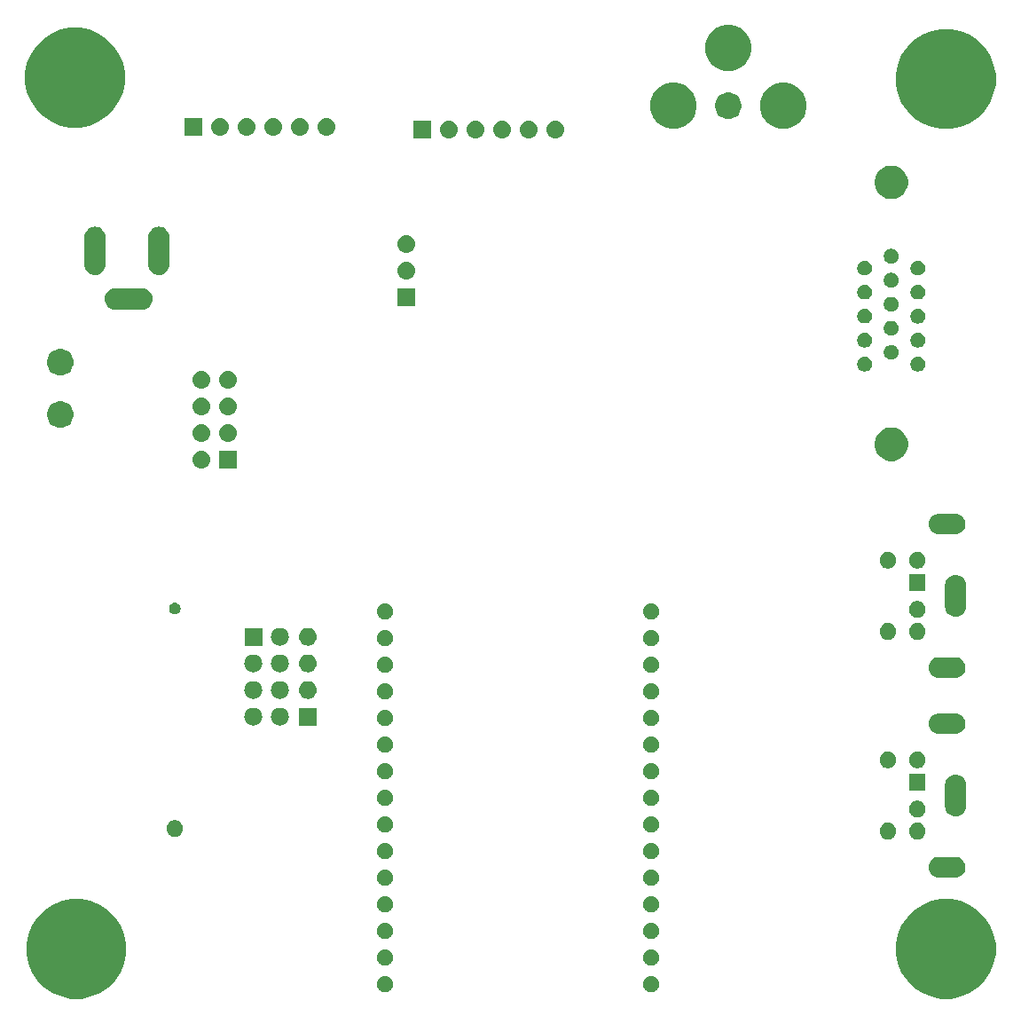
<source format=gbr>
G04 #@! TF.GenerationSoftware,KiCad,Pcbnew,(5.0.2)-1*
G04 #@! TF.CreationDate,2020-02-01T13:19:03-05:00*
G04 #@! TF.ProjectId,ESP-32_VGA,4553502d-3332-45f5-9647-412e6b696361,2*
G04 #@! TF.SameCoordinates,Original*
G04 #@! TF.FileFunction,Soldermask,Bot*
G04 #@! TF.FilePolarity,Negative*
%FSLAX46Y46*%
G04 Gerber Fmt 4.6, Leading zero omitted, Abs format (unit mm)*
G04 Created by KiCad (PCBNEW (5.0.2)-1) date 2/1/2020 1:19:03 PM*
%MOMM*%
%LPD*%
G01*
G04 APERTURE LIST*
%ADD10C,0.150000*%
G04 APERTURE END LIST*
D10*
G36*
X100389169Y-94420519D02*
X101255889Y-94779526D01*
X102035920Y-95300726D01*
X102699274Y-95964080D01*
X103220474Y-96744111D01*
X103579481Y-97610831D01*
X103762500Y-98530933D01*
X103762500Y-99469067D01*
X103579481Y-100389169D01*
X103220474Y-101255889D01*
X102699274Y-102035920D01*
X102035920Y-102699274D01*
X101255889Y-103220474D01*
X100389169Y-103579481D01*
X99469067Y-103762500D01*
X98530933Y-103762500D01*
X97610831Y-103579481D01*
X96744111Y-103220474D01*
X95964080Y-102699274D01*
X95300726Y-102035920D01*
X94779526Y-101255889D01*
X94420519Y-100389169D01*
X94237500Y-99469067D01*
X94237500Y-98530933D01*
X94420519Y-97610831D01*
X94779526Y-96744111D01*
X95300726Y-95964080D01*
X95964080Y-95300726D01*
X96744111Y-94779526D01*
X97610831Y-94420519D01*
X98530933Y-94237500D01*
X99469067Y-94237500D01*
X100389169Y-94420519D01*
X100389169Y-94420519D01*
G37*
G36*
X17389169Y-94420519D02*
X18255889Y-94779526D01*
X19035920Y-95300726D01*
X19699274Y-95964080D01*
X20220474Y-96744111D01*
X20579481Y-97610831D01*
X20762500Y-98530933D01*
X20762500Y-99469067D01*
X20579481Y-100389169D01*
X20220474Y-101255889D01*
X19699274Y-102035920D01*
X19035920Y-102699274D01*
X18255889Y-103220474D01*
X17389169Y-103579481D01*
X16469067Y-103762500D01*
X15530933Y-103762500D01*
X14610831Y-103579481D01*
X13744111Y-103220474D01*
X12964080Y-102699274D01*
X12300726Y-102035920D01*
X11779526Y-101255889D01*
X11420519Y-100389169D01*
X11237500Y-99469067D01*
X11237500Y-98530933D01*
X11420519Y-97610831D01*
X11779526Y-96744111D01*
X12300726Y-95964080D01*
X12964080Y-95300726D01*
X13744111Y-94779526D01*
X14610831Y-94420519D01*
X15530933Y-94237500D01*
X16469067Y-94237500D01*
X17389169Y-94420519D01*
X17389169Y-94420519D01*
G37*
G36*
X71039195Y-101619522D02*
X71088267Y-101629283D01*
X71226942Y-101686724D01*
X71351750Y-101770118D01*
X71457882Y-101876250D01*
X71541276Y-102001058D01*
X71598717Y-102139734D01*
X71628000Y-102286948D01*
X71628000Y-102437052D01*
X71598717Y-102584266D01*
X71541276Y-102722942D01*
X71457882Y-102847750D01*
X71351750Y-102953882D01*
X71351747Y-102953884D01*
X71226942Y-103037276D01*
X71088267Y-103094717D01*
X71039195Y-103104478D01*
X70941052Y-103124000D01*
X70790948Y-103124000D01*
X70692805Y-103104478D01*
X70643733Y-103094717D01*
X70505058Y-103037276D01*
X70380253Y-102953884D01*
X70380250Y-102953882D01*
X70274118Y-102847750D01*
X70190724Y-102722942D01*
X70133283Y-102584266D01*
X70104000Y-102437052D01*
X70104000Y-102286948D01*
X70133283Y-102139734D01*
X70190724Y-102001058D01*
X70274118Y-101876250D01*
X70380250Y-101770118D01*
X70505058Y-101686724D01*
X70643733Y-101629283D01*
X70692805Y-101619522D01*
X70790948Y-101600000D01*
X70941052Y-101600000D01*
X71039195Y-101619522D01*
X71039195Y-101619522D01*
G37*
G36*
X45639195Y-101619522D02*
X45688267Y-101629283D01*
X45826942Y-101686724D01*
X45951750Y-101770118D01*
X46057882Y-101876250D01*
X46141276Y-102001058D01*
X46198717Y-102139734D01*
X46228000Y-102286948D01*
X46228000Y-102437052D01*
X46198717Y-102584266D01*
X46141276Y-102722942D01*
X46057882Y-102847750D01*
X45951750Y-102953882D01*
X45951747Y-102953884D01*
X45826942Y-103037276D01*
X45688267Y-103094717D01*
X45639195Y-103104478D01*
X45541052Y-103124000D01*
X45390948Y-103124000D01*
X45292805Y-103104478D01*
X45243733Y-103094717D01*
X45105058Y-103037276D01*
X44980253Y-102953884D01*
X44980250Y-102953882D01*
X44874118Y-102847750D01*
X44790724Y-102722942D01*
X44733283Y-102584266D01*
X44704000Y-102437052D01*
X44704000Y-102286948D01*
X44733283Y-102139734D01*
X44790724Y-102001058D01*
X44874118Y-101876250D01*
X44980250Y-101770118D01*
X45105058Y-101686724D01*
X45243733Y-101629283D01*
X45292805Y-101619522D01*
X45390948Y-101600000D01*
X45541052Y-101600000D01*
X45639195Y-101619522D01*
X45639195Y-101619522D01*
G37*
G36*
X71039195Y-99079522D02*
X71088267Y-99089283D01*
X71226942Y-99146724D01*
X71351750Y-99230118D01*
X71457882Y-99336250D01*
X71541276Y-99461058D01*
X71598717Y-99599734D01*
X71628000Y-99746948D01*
X71628000Y-99897052D01*
X71598717Y-100044266D01*
X71541276Y-100182942D01*
X71457882Y-100307750D01*
X71351750Y-100413882D01*
X71351747Y-100413884D01*
X71226942Y-100497276D01*
X71088267Y-100554717D01*
X71039195Y-100564478D01*
X70941052Y-100584000D01*
X70790948Y-100584000D01*
X70692805Y-100564478D01*
X70643733Y-100554717D01*
X70505058Y-100497276D01*
X70380253Y-100413884D01*
X70380250Y-100413882D01*
X70274118Y-100307750D01*
X70190724Y-100182942D01*
X70133283Y-100044266D01*
X70104000Y-99897052D01*
X70104000Y-99746948D01*
X70133283Y-99599734D01*
X70190724Y-99461058D01*
X70274118Y-99336250D01*
X70380250Y-99230118D01*
X70505058Y-99146724D01*
X70643733Y-99089283D01*
X70692805Y-99079522D01*
X70790948Y-99060000D01*
X70941052Y-99060000D01*
X71039195Y-99079522D01*
X71039195Y-99079522D01*
G37*
G36*
X45639195Y-99079522D02*
X45688267Y-99089283D01*
X45826942Y-99146724D01*
X45951750Y-99230118D01*
X46057882Y-99336250D01*
X46141276Y-99461058D01*
X46198717Y-99599734D01*
X46228000Y-99746948D01*
X46228000Y-99897052D01*
X46198717Y-100044266D01*
X46141276Y-100182942D01*
X46057882Y-100307750D01*
X45951750Y-100413882D01*
X45951747Y-100413884D01*
X45826942Y-100497276D01*
X45688267Y-100554717D01*
X45639195Y-100564478D01*
X45541052Y-100584000D01*
X45390948Y-100584000D01*
X45292805Y-100564478D01*
X45243733Y-100554717D01*
X45105058Y-100497276D01*
X44980253Y-100413884D01*
X44980250Y-100413882D01*
X44874118Y-100307750D01*
X44790724Y-100182942D01*
X44733283Y-100044266D01*
X44704000Y-99897052D01*
X44704000Y-99746948D01*
X44733283Y-99599734D01*
X44790724Y-99461058D01*
X44874118Y-99336250D01*
X44980250Y-99230118D01*
X45105058Y-99146724D01*
X45243733Y-99089283D01*
X45292805Y-99079522D01*
X45390948Y-99060000D01*
X45541052Y-99060000D01*
X45639195Y-99079522D01*
X45639195Y-99079522D01*
G37*
G36*
X71039195Y-96539522D02*
X71088267Y-96549283D01*
X71226942Y-96606724D01*
X71351750Y-96690118D01*
X71457882Y-96796250D01*
X71541276Y-96921058D01*
X71598717Y-97059734D01*
X71628000Y-97206948D01*
X71628000Y-97357052D01*
X71598717Y-97504266D01*
X71541276Y-97642942D01*
X71457882Y-97767750D01*
X71351750Y-97873882D01*
X71351747Y-97873884D01*
X71226942Y-97957276D01*
X71088267Y-98014717D01*
X71039195Y-98024478D01*
X70941052Y-98044000D01*
X70790948Y-98044000D01*
X70692805Y-98024478D01*
X70643733Y-98014717D01*
X70505058Y-97957276D01*
X70380253Y-97873884D01*
X70380250Y-97873882D01*
X70274118Y-97767750D01*
X70190724Y-97642942D01*
X70133283Y-97504266D01*
X70104000Y-97357052D01*
X70104000Y-97206948D01*
X70133283Y-97059734D01*
X70190724Y-96921058D01*
X70274118Y-96796250D01*
X70380250Y-96690118D01*
X70505058Y-96606724D01*
X70643733Y-96549283D01*
X70692805Y-96539522D01*
X70790948Y-96520000D01*
X70941052Y-96520000D01*
X71039195Y-96539522D01*
X71039195Y-96539522D01*
G37*
G36*
X45639195Y-96539522D02*
X45688267Y-96549283D01*
X45826942Y-96606724D01*
X45951750Y-96690118D01*
X46057882Y-96796250D01*
X46141276Y-96921058D01*
X46198717Y-97059734D01*
X46228000Y-97206948D01*
X46228000Y-97357052D01*
X46198717Y-97504266D01*
X46141276Y-97642942D01*
X46057882Y-97767750D01*
X45951750Y-97873882D01*
X45951747Y-97873884D01*
X45826942Y-97957276D01*
X45688267Y-98014717D01*
X45639195Y-98024478D01*
X45541052Y-98044000D01*
X45390948Y-98044000D01*
X45292805Y-98024478D01*
X45243733Y-98014717D01*
X45105058Y-97957276D01*
X44980253Y-97873884D01*
X44980250Y-97873882D01*
X44874118Y-97767750D01*
X44790724Y-97642942D01*
X44733283Y-97504266D01*
X44704000Y-97357052D01*
X44704000Y-97206948D01*
X44733283Y-97059734D01*
X44790724Y-96921058D01*
X44874118Y-96796250D01*
X44980250Y-96690118D01*
X45105058Y-96606724D01*
X45243733Y-96549283D01*
X45292805Y-96539522D01*
X45390948Y-96520000D01*
X45541052Y-96520000D01*
X45639195Y-96539522D01*
X45639195Y-96539522D01*
G37*
G36*
X45639195Y-93999522D02*
X45688267Y-94009283D01*
X45826942Y-94066724D01*
X45951750Y-94150118D01*
X46057882Y-94256250D01*
X46141276Y-94381058D01*
X46198717Y-94519734D01*
X46228000Y-94666948D01*
X46228000Y-94817052D01*
X46198717Y-94964266D01*
X46141276Y-95102942D01*
X46057882Y-95227750D01*
X45951750Y-95333882D01*
X45951747Y-95333884D01*
X45826942Y-95417276D01*
X45688267Y-95474717D01*
X45639195Y-95484478D01*
X45541052Y-95504000D01*
X45390948Y-95504000D01*
X45292805Y-95484478D01*
X45243733Y-95474717D01*
X45105058Y-95417276D01*
X44980253Y-95333884D01*
X44980250Y-95333882D01*
X44874118Y-95227750D01*
X44790724Y-95102942D01*
X44733283Y-94964266D01*
X44704000Y-94817052D01*
X44704000Y-94666948D01*
X44733283Y-94519734D01*
X44790724Y-94381058D01*
X44874118Y-94256250D01*
X44980250Y-94150118D01*
X45105058Y-94066724D01*
X45243733Y-94009283D01*
X45292805Y-93999522D01*
X45390948Y-93980000D01*
X45541052Y-93980000D01*
X45639195Y-93999522D01*
X45639195Y-93999522D01*
G37*
G36*
X71039195Y-93999522D02*
X71088267Y-94009283D01*
X71226942Y-94066724D01*
X71351750Y-94150118D01*
X71457882Y-94256250D01*
X71541276Y-94381058D01*
X71598717Y-94519734D01*
X71628000Y-94666948D01*
X71628000Y-94817052D01*
X71598717Y-94964266D01*
X71541276Y-95102942D01*
X71457882Y-95227750D01*
X71351750Y-95333882D01*
X71351747Y-95333884D01*
X71226942Y-95417276D01*
X71088267Y-95474717D01*
X71039195Y-95484478D01*
X70941052Y-95504000D01*
X70790948Y-95504000D01*
X70692805Y-95484478D01*
X70643733Y-95474717D01*
X70505058Y-95417276D01*
X70380253Y-95333884D01*
X70380250Y-95333882D01*
X70274118Y-95227750D01*
X70190724Y-95102942D01*
X70133283Y-94964266D01*
X70104000Y-94817052D01*
X70104000Y-94666948D01*
X70133283Y-94519734D01*
X70190724Y-94381058D01*
X70274118Y-94256250D01*
X70380250Y-94150118D01*
X70505058Y-94066724D01*
X70643733Y-94009283D01*
X70692805Y-93999522D01*
X70790948Y-93980000D01*
X70941052Y-93980000D01*
X71039195Y-93999522D01*
X71039195Y-93999522D01*
G37*
G36*
X45639195Y-91459522D02*
X45688267Y-91469283D01*
X45826942Y-91526724D01*
X45951750Y-91610118D01*
X46057882Y-91716250D01*
X46141276Y-91841058D01*
X46198717Y-91979734D01*
X46228000Y-92126948D01*
X46228000Y-92277052D01*
X46198717Y-92424266D01*
X46141276Y-92562942D01*
X46057882Y-92687750D01*
X45951750Y-92793882D01*
X45951747Y-92793884D01*
X45826942Y-92877276D01*
X45688267Y-92934717D01*
X45639195Y-92944478D01*
X45541052Y-92964000D01*
X45390948Y-92964000D01*
X45292805Y-92944478D01*
X45243733Y-92934717D01*
X45105058Y-92877276D01*
X44980253Y-92793884D01*
X44980250Y-92793882D01*
X44874118Y-92687750D01*
X44790724Y-92562942D01*
X44733283Y-92424266D01*
X44704000Y-92277052D01*
X44704000Y-92126948D01*
X44733283Y-91979734D01*
X44790724Y-91841058D01*
X44874118Y-91716250D01*
X44980250Y-91610118D01*
X45105058Y-91526724D01*
X45243733Y-91469283D01*
X45292805Y-91459522D01*
X45390948Y-91440000D01*
X45541052Y-91440000D01*
X45639195Y-91459522D01*
X45639195Y-91459522D01*
G37*
G36*
X71039195Y-91459522D02*
X71088267Y-91469283D01*
X71226942Y-91526724D01*
X71351750Y-91610118D01*
X71457882Y-91716250D01*
X71541276Y-91841058D01*
X71598717Y-91979734D01*
X71628000Y-92126948D01*
X71628000Y-92277052D01*
X71598717Y-92424266D01*
X71541276Y-92562942D01*
X71457882Y-92687750D01*
X71351750Y-92793882D01*
X71351747Y-92793884D01*
X71226942Y-92877276D01*
X71088267Y-92934717D01*
X71039195Y-92944478D01*
X70941052Y-92964000D01*
X70790948Y-92964000D01*
X70692805Y-92944478D01*
X70643733Y-92934717D01*
X70505058Y-92877276D01*
X70380253Y-92793884D01*
X70380250Y-92793882D01*
X70274118Y-92687750D01*
X70190724Y-92562942D01*
X70133283Y-92424266D01*
X70104000Y-92277052D01*
X70104000Y-92126948D01*
X70133283Y-91979734D01*
X70190724Y-91841058D01*
X70274118Y-91716250D01*
X70380250Y-91610118D01*
X70505058Y-91526724D01*
X70643733Y-91469283D01*
X70692805Y-91459522D01*
X70790948Y-91440000D01*
X70941052Y-91440000D01*
X71039195Y-91459522D01*
X71039195Y-91459522D01*
G37*
G36*
X100062030Y-90222469D02*
X100062033Y-90222470D01*
X100062034Y-90222470D01*
X100250535Y-90279651D01*
X100250537Y-90279652D01*
X100424260Y-90372509D01*
X100576528Y-90497472D01*
X100701491Y-90649740D01*
X100794348Y-90823463D01*
X100851531Y-91011970D01*
X100870838Y-91208000D01*
X100851531Y-91404030D01*
X100794348Y-91592537D01*
X100701491Y-91766260D01*
X100576528Y-91918528D01*
X100424260Y-92043491D01*
X100424258Y-92043492D01*
X100250535Y-92136349D01*
X100062034Y-92193530D01*
X100062033Y-92193530D01*
X100062030Y-92193531D01*
X99915124Y-92208000D01*
X98316876Y-92208000D01*
X98169970Y-92193531D01*
X98169967Y-92193530D01*
X98169966Y-92193530D01*
X97981465Y-92136349D01*
X97807742Y-92043492D01*
X97807740Y-92043491D01*
X97655472Y-91918528D01*
X97530509Y-91766260D01*
X97437652Y-91592537D01*
X97380469Y-91404030D01*
X97361162Y-91208000D01*
X97380469Y-91011970D01*
X97437652Y-90823463D01*
X97530509Y-90649740D01*
X97655472Y-90497472D01*
X97807740Y-90372509D01*
X97981463Y-90279652D01*
X97981465Y-90279651D01*
X98169966Y-90222470D01*
X98169967Y-90222470D01*
X98169970Y-90222469D01*
X98316876Y-90208000D01*
X99915124Y-90208000D01*
X100062030Y-90222469D01*
X100062030Y-90222469D01*
G37*
G36*
X71039195Y-88919522D02*
X71088267Y-88929283D01*
X71226942Y-88986724D01*
X71351750Y-89070118D01*
X71457882Y-89176250D01*
X71541276Y-89301058D01*
X71598717Y-89439734D01*
X71628000Y-89586948D01*
X71628000Y-89737052D01*
X71598717Y-89884266D01*
X71541276Y-90022942D01*
X71457882Y-90147750D01*
X71351750Y-90253882D01*
X71351747Y-90253884D01*
X71226942Y-90337276D01*
X71088267Y-90394717D01*
X71039195Y-90404478D01*
X70941052Y-90424000D01*
X70790948Y-90424000D01*
X70692805Y-90404478D01*
X70643733Y-90394717D01*
X70505058Y-90337276D01*
X70380253Y-90253884D01*
X70380250Y-90253882D01*
X70274118Y-90147750D01*
X70190724Y-90022942D01*
X70133283Y-89884266D01*
X70104000Y-89737052D01*
X70104000Y-89586948D01*
X70133283Y-89439734D01*
X70190724Y-89301058D01*
X70274118Y-89176250D01*
X70380250Y-89070118D01*
X70505058Y-88986724D01*
X70643733Y-88929283D01*
X70692805Y-88919522D01*
X70790948Y-88900000D01*
X70941052Y-88900000D01*
X71039195Y-88919522D01*
X71039195Y-88919522D01*
G37*
G36*
X45639195Y-88919522D02*
X45688267Y-88929283D01*
X45826942Y-88986724D01*
X45951750Y-89070118D01*
X46057882Y-89176250D01*
X46141276Y-89301058D01*
X46198717Y-89439734D01*
X46228000Y-89586948D01*
X46228000Y-89737052D01*
X46198717Y-89884266D01*
X46141276Y-90022942D01*
X46057882Y-90147750D01*
X45951750Y-90253882D01*
X45951747Y-90253884D01*
X45826942Y-90337276D01*
X45688267Y-90394717D01*
X45639195Y-90404478D01*
X45541052Y-90424000D01*
X45390948Y-90424000D01*
X45292805Y-90404478D01*
X45243733Y-90394717D01*
X45105058Y-90337276D01*
X44980253Y-90253884D01*
X44980250Y-90253882D01*
X44874118Y-90147750D01*
X44790724Y-90022942D01*
X44733283Y-89884266D01*
X44704000Y-89737052D01*
X44704000Y-89586948D01*
X44733283Y-89439734D01*
X44790724Y-89301058D01*
X44874118Y-89176250D01*
X44980250Y-89070118D01*
X45105058Y-88986724D01*
X45243733Y-88929283D01*
X45292805Y-88919522D01*
X45390948Y-88900000D01*
X45541052Y-88900000D01*
X45639195Y-88919522D01*
X45639195Y-88919522D01*
G37*
G36*
X96499352Y-86988743D02*
X96644941Y-87049048D01*
X96775973Y-87136601D01*
X96887399Y-87248027D01*
X96974952Y-87379059D01*
X97035257Y-87524648D01*
X97066000Y-87679205D01*
X97066000Y-87836795D01*
X97035257Y-87991352D01*
X96974952Y-88136941D01*
X96887399Y-88267973D01*
X96775973Y-88379399D01*
X96644941Y-88466952D01*
X96499352Y-88527257D01*
X96344795Y-88558000D01*
X96187205Y-88558000D01*
X96032648Y-88527257D01*
X95887059Y-88466952D01*
X95756027Y-88379399D01*
X95644601Y-88267973D01*
X95557048Y-88136941D01*
X95496743Y-87991352D01*
X95466000Y-87836795D01*
X95466000Y-87679205D01*
X95496743Y-87524648D01*
X95557048Y-87379059D01*
X95644601Y-87248027D01*
X95756027Y-87136601D01*
X95887059Y-87049048D01*
X96032648Y-86988743D01*
X96187205Y-86958000D01*
X96344795Y-86958000D01*
X96499352Y-86988743D01*
X96499352Y-86988743D01*
G37*
G36*
X93699352Y-86988743D02*
X93844941Y-87049048D01*
X93975973Y-87136601D01*
X94087399Y-87248027D01*
X94174952Y-87379059D01*
X94235257Y-87524648D01*
X94266000Y-87679205D01*
X94266000Y-87836795D01*
X94235257Y-87991352D01*
X94174952Y-88136941D01*
X94087399Y-88267973D01*
X93975973Y-88379399D01*
X93844941Y-88466952D01*
X93699352Y-88527257D01*
X93544795Y-88558000D01*
X93387205Y-88558000D01*
X93232648Y-88527257D01*
X93087059Y-88466952D01*
X92956027Y-88379399D01*
X92844601Y-88267973D01*
X92757048Y-88136941D01*
X92696743Y-87991352D01*
X92666000Y-87836795D01*
X92666000Y-87679205D01*
X92696743Y-87524648D01*
X92757048Y-87379059D01*
X92844601Y-87248027D01*
X92956027Y-87136601D01*
X93087059Y-87049048D01*
X93232648Y-86988743D01*
X93387205Y-86958000D01*
X93544795Y-86958000D01*
X93699352Y-86988743D01*
X93699352Y-86988743D01*
G37*
G36*
X25633352Y-86740743D02*
X25778941Y-86801048D01*
X25909973Y-86888601D01*
X26021399Y-87000027D01*
X26108952Y-87131059D01*
X26169257Y-87276648D01*
X26200000Y-87431205D01*
X26200000Y-87588795D01*
X26169257Y-87743352D01*
X26108952Y-87888941D01*
X26021399Y-88019973D01*
X25909973Y-88131399D01*
X25778941Y-88218952D01*
X25633352Y-88279257D01*
X25478795Y-88310000D01*
X25321205Y-88310000D01*
X25166648Y-88279257D01*
X25021059Y-88218952D01*
X24890027Y-88131399D01*
X24778601Y-88019973D01*
X24691048Y-87888941D01*
X24630743Y-87743352D01*
X24600000Y-87588795D01*
X24600000Y-87431205D01*
X24630743Y-87276648D01*
X24691048Y-87131059D01*
X24778601Y-87000027D01*
X24890027Y-86888601D01*
X25021059Y-86801048D01*
X25166648Y-86740743D01*
X25321205Y-86710000D01*
X25478795Y-86710000D01*
X25633352Y-86740743D01*
X25633352Y-86740743D01*
G37*
G36*
X71039195Y-86379522D02*
X71088267Y-86389283D01*
X71179944Y-86427257D01*
X71226942Y-86446724D01*
X71351750Y-86530118D01*
X71457882Y-86636250D01*
X71457884Y-86636253D01*
X71541276Y-86761058D01*
X71598717Y-86899733D01*
X71628000Y-87046950D01*
X71628000Y-87197050D01*
X71598717Y-87344267D01*
X71562706Y-87431205D01*
X71541276Y-87482942D01*
X71457882Y-87607750D01*
X71351750Y-87713882D01*
X71307645Y-87743352D01*
X71226942Y-87797276D01*
X71088267Y-87854717D01*
X71039195Y-87864478D01*
X70941052Y-87884000D01*
X70790948Y-87884000D01*
X70692805Y-87864478D01*
X70643733Y-87854717D01*
X70505058Y-87797276D01*
X70424355Y-87743352D01*
X70380250Y-87713882D01*
X70274118Y-87607750D01*
X70190724Y-87482942D01*
X70169294Y-87431205D01*
X70133283Y-87344267D01*
X70104000Y-87197050D01*
X70104000Y-87046950D01*
X70133283Y-86899733D01*
X70190724Y-86761058D01*
X70274116Y-86636253D01*
X70274118Y-86636250D01*
X70380250Y-86530118D01*
X70505058Y-86446724D01*
X70552056Y-86427257D01*
X70643733Y-86389283D01*
X70692805Y-86379522D01*
X70790948Y-86360000D01*
X70941052Y-86360000D01*
X71039195Y-86379522D01*
X71039195Y-86379522D01*
G37*
G36*
X45639195Y-86379522D02*
X45688267Y-86389283D01*
X45779944Y-86427257D01*
X45826942Y-86446724D01*
X45951750Y-86530118D01*
X46057882Y-86636250D01*
X46057884Y-86636253D01*
X46141276Y-86761058D01*
X46198717Y-86899733D01*
X46228000Y-87046950D01*
X46228000Y-87197050D01*
X46198717Y-87344267D01*
X46162706Y-87431205D01*
X46141276Y-87482942D01*
X46057882Y-87607750D01*
X45951750Y-87713882D01*
X45907645Y-87743352D01*
X45826942Y-87797276D01*
X45688267Y-87854717D01*
X45639195Y-87864478D01*
X45541052Y-87884000D01*
X45390948Y-87884000D01*
X45292805Y-87864478D01*
X45243733Y-87854717D01*
X45105058Y-87797276D01*
X45024355Y-87743352D01*
X44980250Y-87713882D01*
X44874118Y-87607750D01*
X44790724Y-87482942D01*
X44769294Y-87431205D01*
X44733283Y-87344267D01*
X44704000Y-87197050D01*
X44704000Y-87046950D01*
X44733283Y-86899733D01*
X44790724Y-86761058D01*
X44874116Y-86636253D01*
X44874118Y-86636250D01*
X44980250Y-86530118D01*
X45105058Y-86446724D01*
X45152056Y-86427257D01*
X45243733Y-86389283D01*
X45292805Y-86379522D01*
X45390948Y-86360000D01*
X45541052Y-86360000D01*
X45639195Y-86379522D01*
X45639195Y-86379522D01*
G37*
G36*
X96499352Y-84888743D02*
X96644941Y-84949048D01*
X96775973Y-85036601D01*
X96887399Y-85148027D01*
X96974952Y-85279059D01*
X97035257Y-85424648D01*
X97066000Y-85579205D01*
X97066000Y-85736795D01*
X97035257Y-85891352D01*
X96974952Y-86036941D01*
X96887399Y-86167973D01*
X96775973Y-86279399D01*
X96644941Y-86366952D01*
X96499352Y-86427257D01*
X96344795Y-86458000D01*
X96187205Y-86458000D01*
X96032648Y-86427257D01*
X95887059Y-86366952D01*
X95756027Y-86279399D01*
X95644601Y-86167973D01*
X95557048Y-86036941D01*
X95496743Y-85891352D01*
X95466000Y-85736795D01*
X95466000Y-85579205D01*
X95496743Y-85424648D01*
X95557048Y-85279059D01*
X95644601Y-85148027D01*
X95756027Y-85036601D01*
X95887059Y-84949048D01*
X96032648Y-84888743D01*
X96187205Y-84858000D01*
X96344795Y-84858000D01*
X96499352Y-84888743D01*
X96499352Y-84888743D01*
G37*
G36*
X100112029Y-82372469D02*
X100112032Y-82372470D01*
X100112033Y-82372470D01*
X100300534Y-82429651D01*
X100300536Y-82429652D01*
X100300539Y-82429653D01*
X100474258Y-82522507D01*
X100626528Y-82647472D01*
X100751491Y-82799740D01*
X100844348Y-82973463D01*
X100901531Y-83161970D01*
X100916000Y-83308876D01*
X100916000Y-85407124D01*
X100901531Y-85554030D01*
X100901530Y-85554033D01*
X100901530Y-85554034D01*
X100846091Y-85736793D01*
X100844348Y-85742537D01*
X100751491Y-85916260D01*
X100626528Y-86068528D01*
X100474260Y-86193491D01*
X100474258Y-86193492D01*
X100300535Y-86286349D01*
X100112034Y-86343530D01*
X100112033Y-86343530D01*
X100112030Y-86343531D01*
X99916000Y-86362838D01*
X99719971Y-86343531D01*
X99719968Y-86343530D01*
X99719967Y-86343530D01*
X99531466Y-86286349D01*
X99357743Y-86193492D01*
X99357741Y-86193491D01*
X99205473Y-86068528D01*
X99080510Y-85916260D01*
X98987653Y-85742537D01*
X98985911Y-85736793D01*
X98930471Y-85554034D01*
X98930471Y-85554033D01*
X98930470Y-85554030D01*
X98916001Y-85407124D01*
X98916000Y-83308877D01*
X98930469Y-83161971D01*
X98930470Y-83161967D01*
X98987651Y-82973466D01*
X98987652Y-82973464D01*
X98987653Y-82973461D01*
X99080507Y-82799742D01*
X99205472Y-82647472D01*
X99357740Y-82522509D01*
X99531463Y-82429652D01*
X99531465Y-82429651D01*
X99719966Y-82372470D01*
X99719967Y-82372470D01*
X99719970Y-82372469D01*
X99916000Y-82353162D01*
X100112029Y-82372469D01*
X100112029Y-82372469D01*
G37*
G36*
X45639195Y-83839522D02*
X45688267Y-83849283D01*
X45826942Y-83906724D01*
X45951750Y-83990118D01*
X46057882Y-84096250D01*
X46141276Y-84221058D01*
X46198717Y-84359734D01*
X46228000Y-84506948D01*
X46228000Y-84657052D01*
X46198717Y-84804266D01*
X46141276Y-84942942D01*
X46057882Y-85067750D01*
X45951750Y-85173882D01*
X45951747Y-85173884D01*
X45826942Y-85257276D01*
X45688267Y-85314717D01*
X45639195Y-85324478D01*
X45541052Y-85344000D01*
X45390948Y-85344000D01*
X45292805Y-85324478D01*
X45243733Y-85314717D01*
X45105058Y-85257276D01*
X44980253Y-85173884D01*
X44980250Y-85173882D01*
X44874118Y-85067750D01*
X44790724Y-84942942D01*
X44733283Y-84804266D01*
X44704000Y-84657052D01*
X44704000Y-84506948D01*
X44733283Y-84359734D01*
X44790724Y-84221058D01*
X44874118Y-84096250D01*
X44980250Y-83990118D01*
X45105058Y-83906724D01*
X45243733Y-83849283D01*
X45292805Y-83839522D01*
X45390948Y-83820000D01*
X45541052Y-83820000D01*
X45639195Y-83839522D01*
X45639195Y-83839522D01*
G37*
G36*
X71039195Y-83839522D02*
X71088267Y-83849283D01*
X71226942Y-83906724D01*
X71351750Y-83990118D01*
X71457882Y-84096250D01*
X71541276Y-84221058D01*
X71598717Y-84359734D01*
X71628000Y-84506948D01*
X71628000Y-84657052D01*
X71598717Y-84804266D01*
X71541276Y-84942942D01*
X71457882Y-85067750D01*
X71351750Y-85173882D01*
X71351747Y-85173884D01*
X71226942Y-85257276D01*
X71088267Y-85314717D01*
X71039195Y-85324478D01*
X70941052Y-85344000D01*
X70790948Y-85344000D01*
X70692805Y-85324478D01*
X70643733Y-85314717D01*
X70505058Y-85257276D01*
X70380253Y-85173884D01*
X70380250Y-85173882D01*
X70274118Y-85067750D01*
X70190724Y-84942942D01*
X70133283Y-84804266D01*
X70104000Y-84657052D01*
X70104000Y-84506948D01*
X70133283Y-84359734D01*
X70190724Y-84221058D01*
X70274118Y-84096250D01*
X70380250Y-83990118D01*
X70505058Y-83906724D01*
X70643733Y-83849283D01*
X70692805Y-83839522D01*
X70790948Y-83820000D01*
X70941052Y-83820000D01*
X71039195Y-83839522D01*
X71039195Y-83839522D01*
G37*
G36*
X97066000Y-83858000D02*
X95466000Y-83858000D01*
X95466000Y-82258000D01*
X97066000Y-82258000D01*
X97066000Y-83858000D01*
X97066000Y-83858000D01*
G37*
G36*
X45639195Y-81299522D02*
X45688267Y-81309283D01*
X45826942Y-81366724D01*
X45951750Y-81450118D01*
X46057882Y-81556250D01*
X46057884Y-81556253D01*
X46141276Y-81681058D01*
X46198717Y-81819733D01*
X46228000Y-81966950D01*
X46228000Y-82117050D01*
X46198717Y-82264267D01*
X46153898Y-82372469D01*
X46141276Y-82402942D01*
X46057882Y-82527750D01*
X45951750Y-82633882D01*
X45951747Y-82633884D01*
X45826942Y-82717276D01*
X45688267Y-82774717D01*
X45639195Y-82784478D01*
X45541052Y-82804000D01*
X45390948Y-82804000D01*
X45292805Y-82784478D01*
X45243733Y-82774717D01*
X45105058Y-82717276D01*
X44980253Y-82633884D01*
X44980250Y-82633882D01*
X44874118Y-82527750D01*
X44790724Y-82402942D01*
X44778102Y-82372469D01*
X44733283Y-82264267D01*
X44704000Y-82117050D01*
X44704000Y-81966950D01*
X44733283Y-81819733D01*
X44790724Y-81681058D01*
X44874116Y-81556253D01*
X44874118Y-81556250D01*
X44980250Y-81450118D01*
X45105058Y-81366724D01*
X45243733Y-81309283D01*
X45292805Y-81299522D01*
X45390948Y-81280000D01*
X45541052Y-81280000D01*
X45639195Y-81299522D01*
X45639195Y-81299522D01*
G37*
G36*
X71039195Y-81299522D02*
X71088267Y-81309283D01*
X71226942Y-81366724D01*
X71351750Y-81450118D01*
X71457882Y-81556250D01*
X71457884Y-81556253D01*
X71541276Y-81681058D01*
X71598717Y-81819733D01*
X71628000Y-81966950D01*
X71628000Y-82117050D01*
X71598717Y-82264267D01*
X71553898Y-82372469D01*
X71541276Y-82402942D01*
X71457882Y-82527750D01*
X71351750Y-82633882D01*
X71351747Y-82633884D01*
X71226942Y-82717276D01*
X71088267Y-82774717D01*
X71039195Y-82784478D01*
X70941052Y-82804000D01*
X70790948Y-82804000D01*
X70692805Y-82784478D01*
X70643733Y-82774717D01*
X70505058Y-82717276D01*
X70380253Y-82633884D01*
X70380250Y-82633882D01*
X70274118Y-82527750D01*
X70190724Y-82402942D01*
X70178102Y-82372469D01*
X70133283Y-82264267D01*
X70104000Y-82117050D01*
X70104000Y-81966950D01*
X70133283Y-81819733D01*
X70190724Y-81681058D01*
X70274116Y-81556253D01*
X70274118Y-81556250D01*
X70380250Y-81450118D01*
X70505058Y-81366724D01*
X70643733Y-81309283D01*
X70692805Y-81299522D01*
X70790948Y-81280000D01*
X70941052Y-81280000D01*
X71039195Y-81299522D01*
X71039195Y-81299522D01*
G37*
G36*
X96499352Y-80188743D02*
X96644941Y-80249048D01*
X96775973Y-80336601D01*
X96887399Y-80448027D01*
X96974952Y-80579059D01*
X97035257Y-80724648D01*
X97066000Y-80879205D01*
X97066000Y-81036795D01*
X97035257Y-81191352D01*
X96974952Y-81336941D01*
X96887399Y-81467973D01*
X96775973Y-81579399D01*
X96644941Y-81666952D01*
X96499352Y-81727257D01*
X96344795Y-81758000D01*
X96187205Y-81758000D01*
X96032648Y-81727257D01*
X95887059Y-81666952D01*
X95756027Y-81579399D01*
X95644601Y-81467973D01*
X95557048Y-81336941D01*
X95496743Y-81191352D01*
X95466000Y-81036795D01*
X95466000Y-80879205D01*
X95496743Y-80724648D01*
X95557048Y-80579059D01*
X95644601Y-80448027D01*
X95756027Y-80336601D01*
X95887059Y-80249048D01*
X96032648Y-80188743D01*
X96187205Y-80158000D01*
X96344795Y-80158000D01*
X96499352Y-80188743D01*
X96499352Y-80188743D01*
G37*
G36*
X93699352Y-80188743D02*
X93844941Y-80249048D01*
X93975973Y-80336601D01*
X94087399Y-80448027D01*
X94174952Y-80579059D01*
X94235257Y-80724648D01*
X94266000Y-80879205D01*
X94266000Y-81036795D01*
X94235257Y-81191352D01*
X94174952Y-81336941D01*
X94087399Y-81467973D01*
X93975973Y-81579399D01*
X93844941Y-81666952D01*
X93699352Y-81727257D01*
X93544795Y-81758000D01*
X93387205Y-81758000D01*
X93232648Y-81727257D01*
X93087059Y-81666952D01*
X92956027Y-81579399D01*
X92844601Y-81467973D01*
X92757048Y-81336941D01*
X92696743Y-81191352D01*
X92666000Y-81036795D01*
X92666000Y-80879205D01*
X92696743Y-80724648D01*
X92757048Y-80579059D01*
X92844601Y-80448027D01*
X92956027Y-80336601D01*
X93087059Y-80249048D01*
X93232648Y-80188743D01*
X93387205Y-80158000D01*
X93544795Y-80158000D01*
X93699352Y-80188743D01*
X93699352Y-80188743D01*
G37*
G36*
X71039195Y-78759522D02*
X71088267Y-78769283D01*
X71226942Y-78826724D01*
X71351750Y-78910118D01*
X71457882Y-79016250D01*
X71541276Y-79141058D01*
X71598717Y-79279734D01*
X71628000Y-79426948D01*
X71628000Y-79577052D01*
X71598717Y-79724266D01*
X71541276Y-79862942D01*
X71457882Y-79987750D01*
X71351750Y-80093882D01*
X71351747Y-80093884D01*
X71226942Y-80177276D01*
X71088267Y-80234717D01*
X71039195Y-80244478D01*
X70941052Y-80264000D01*
X70790948Y-80264000D01*
X70692805Y-80244478D01*
X70643733Y-80234717D01*
X70505058Y-80177276D01*
X70380253Y-80093884D01*
X70380250Y-80093882D01*
X70274118Y-79987750D01*
X70190724Y-79862942D01*
X70133283Y-79724266D01*
X70104000Y-79577052D01*
X70104000Y-79426948D01*
X70133283Y-79279734D01*
X70190724Y-79141058D01*
X70274118Y-79016250D01*
X70380250Y-78910118D01*
X70505058Y-78826724D01*
X70643733Y-78769283D01*
X70692805Y-78759522D01*
X70790948Y-78740000D01*
X70941052Y-78740000D01*
X71039195Y-78759522D01*
X71039195Y-78759522D01*
G37*
G36*
X45639195Y-78759522D02*
X45688267Y-78769283D01*
X45826942Y-78826724D01*
X45951750Y-78910118D01*
X46057882Y-79016250D01*
X46141276Y-79141058D01*
X46198717Y-79279734D01*
X46228000Y-79426948D01*
X46228000Y-79577052D01*
X46198717Y-79724266D01*
X46141276Y-79862942D01*
X46057882Y-79987750D01*
X45951750Y-80093882D01*
X45951747Y-80093884D01*
X45826942Y-80177276D01*
X45688267Y-80234717D01*
X45639195Y-80244478D01*
X45541052Y-80264000D01*
X45390948Y-80264000D01*
X45292805Y-80244478D01*
X45243733Y-80234717D01*
X45105058Y-80177276D01*
X44980253Y-80093884D01*
X44980250Y-80093882D01*
X44874118Y-79987750D01*
X44790724Y-79862942D01*
X44733283Y-79724266D01*
X44704000Y-79577052D01*
X44704000Y-79426948D01*
X44733283Y-79279734D01*
X44790724Y-79141058D01*
X44874118Y-79016250D01*
X44980250Y-78910118D01*
X45105058Y-78826724D01*
X45243733Y-78769283D01*
X45292805Y-78759522D01*
X45390948Y-78740000D01*
X45541052Y-78740000D01*
X45639195Y-78759522D01*
X45639195Y-78759522D01*
G37*
G36*
X100062030Y-76522469D02*
X100062033Y-76522470D01*
X100062034Y-76522470D01*
X100250535Y-76579651D01*
X100250537Y-76579652D01*
X100424260Y-76672509D01*
X100576528Y-76797472D01*
X100701491Y-76949740D01*
X100701492Y-76949742D01*
X100794349Y-77123465D01*
X100850788Y-77309520D01*
X100851531Y-77311970D01*
X100870838Y-77508000D01*
X100851531Y-77704030D01*
X100794348Y-77892537D01*
X100701491Y-78066260D01*
X100576528Y-78218528D01*
X100424260Y-78343491D01*
X100424258Y-78343492D01*
X100250535Y-78436349D01*
X100062034Y-78493530D01*
X100062033Y-78493530D01*
X100062030Y-78493531D01*
X99915124Y-78508000D01*
X98316876Y-78508000D01*
X98169970Y-78493531D01*
X98169967Y-78493530D01*
X98169966Y-78493530D01*
X97981465Y-78436349D01*
X97807742Y-78343492D01*
X97807740Y-78343491D01*
X97655472Y-78218528D01*
X97530509Y-78066260D01*
X97437652Y-77892537D01*
X97380469Y-77704030D01*
X97361162Y-77508000D01*
X97380469Y-77311970D01*
X97381212Y-77309520D01*
X97437651Y-77123465D01*
X97530508Y-76949742D01*
X97530509Y-76949740D01*
X97655472Y-76797472D01*
X97807740Y-76672509D01*
X97981463Y-76579652D01*
X97981465Y-76579651D01*
X98169966Y-76522470D01*
X98169967Y-76522470D01*
X98169970Y-76522469D01*
X98316876Y-76508000D01*
X99915124Y-76508000D01*
X100062030Y-76522469D01*
X100062030Y-76522469D01*
G37*
G36*
X45639195Y-76219522D02*
X45688267Y-76229283D01*
X45826942Y-76286724D01*
X45951750Y-76370118D01*
X46057882Y-76476250D01*
X46057884Y-76476253D01*
X46141276Y-76601058D01*
X46170872Y-76672508D01*
X46198717Y-76739734D01*
X46228000Y-76886948D01*
X46228000Y-77037052D01*
X46198717Y-77184266D01*
X46141276Y-77322942D01*
X46057882Y-77447750D01*
X45951750Y-77553882D01*
X45951747Y-77553884D01*
X45826942Y-77637276D01*
X45688267Y-77694717D01*
X45641447Y-77704030D01*
X45541052Y-77724000D01*
X45390948Y-77724000D01*
X45290553Y-77704030D01*
X45243733Y-77694717D01*
X45105058Y-77637276D01*
X44980253Y-77553884D01*
X44980250Y-77553882D01*
X44874118Y-77447750D01*
X44790724Y-77322942D01*
X44733283Y-77184266D01*
X44704000Y-77037052D01*
X44704000Y-76886948D01*
X44733283Y-76739734D01*
X44761129Y-76672508D01*
X44790724Y-76601058D01*
X44874116Y-76476253D01*
X44874118Y-76476250D01*
X44980250Y-76370118D01*
X45105058Y-76286724D01*
X45243733Y-76229283D01*
X45292805Y-76219522D01*
X45390948Y-76200000D01*
X45541052Y-76200000D01*
X45639195Y-76219522D01*
X45639195Y-76219522D01*
G37*
G36*
X71039195Y-76219522D02*
X71088267Y-76229283D01*
X71226942Y-76286724D01*
X71351750Y-76370118D01*
X71457882Y-76476250D01*
X71457884Y-76476253D01*
X71541276Y-76601058D01*
X71570872Y-76672508D01*
X71598717Y-76739734D01*
X71628000Y-76886948D01*
X71628000Y-77037052D01*
X71598717Y-77184266D01*
X71541276Y-77322942D01*
X71457882Y-77447750D01*
X71351750Y-77553882D01*
X71351747Y-77553884D01*
X71226942Y-77637276D01*
X71088267Y-77694717D01*
X71041447Y-77704030D01*
X70941052Y-77724000D01*
X70790948Y-77724000D01*
X70690553Y-77704030D01*
X70643733Y-77694717D01*
X70505058Y-77637276D01*
X70380253Y-77553884D01*
X70380250Y-77553882D01*
X70274118Y-77447750D01*
X70190724Y-77322942D01*
X70133283Y-77184266D01*
X70104000Y-77037052D01*
X70104000Y-76886948D01*
X70133283Y-76739734D01*
X70161129Y-76672508D01*
X70190724Y-76601058D01*
X70274116Y-76476253D01*
X70274118Y-76476250D01*
X70380250Y-76370118D01*
X70505058Y-76286724D01*
X70643733Y-76229283D01*
X70692805Y-76219522D01*
X70790948Y-76200000D01*
X70941052Y-76200000D01*
X71039195Y-76219522D01*
X71039195Y-76219522D01*
G37*
G36*
X38950000Y-77685000D02*
X37250000Y-77685000D01*
X37250000Y-75985000D01*
X38950000Y-75985000D01*
X38950000Y-77685000D01*
X38950000Y-77685000D01*
G37*
G36*
X35599630Y-75997299D02*
X35759855Y-76045903D01*
X35907520Y-76124831D01*
X36036949Y-76231051D01*
X36143169Y-76360480D01*
X36222097Y-76508145D01*
X36270701Y-76668370D01*
X36287112Y-76835000D01*
X36270701Y-77001630D01*
X36222097Y-77161855D01*
X36143169Y-77309520D01*
X36036949Y-77438949D01*
X35907520Y-77545169D01*
X35759855Y-77624097D01*
X35599630Y-77672701D01*
X35474752Y-77685000D01*
X35391248Y-77685000D01*
X35266370Y-77672701D01*
X35106145Y-77624097D01*
X34958480Y-77545169D01*
X34829051Y-77438949D01*
X34722831Y-77309520D01*
X34643903Y-77161855D01*
X34595299Y-77001630D01*
X34578888Y-76835000D01*
X34595299Y-76668370D01*
X34643903Y-76508145D01*
X34722831Y-76360480D01*
X34829051Y-76231051D01*
X34958480Y-76124831D01*
X35106145Y-76045903D01*
X35266370Y-75997299D01*
X35391248Y-75985000D01*
X35474752Y-75985000D01*
X35599630Y-75997299D01*
X35599630Y-75997299D01*
G37*
G36*
X33059630Y-75997299D02*
X33219855Y-76045903D01*
X33367520Y-76124831D01*
X33496949Y-76231051D01*
X33603169Y-76360480D01*
X33682097Y-76508145D01*
X33730701Y-76668370D01*
X33747112Y-76835000D01*
X33730701Y-77001630D01*
X33682097Y-77161855D01*
X33603169Y-77309520D01*
X33496949Y-77438949D01*
X33367520Y-77545169D01*
X33219855Y-77624097D01*
X33059630Y-77672701D01*
X32934752Y-77685000D01*
X32851248Y-77685000D01*
X32726370Y-77672701D01*
X32566145Y-77624097D01*
X32418480Y-77545169D01*
X32289051Y-77438949D01*
X32182831Y-77309520D01*
X32103903Y-77161855D01*
X32055299Y-77001630D01*
X32038888Y-76835000D01*
X32055299Y-76668370D01*
X32103903Y-76508145D01*
X32182831Y-76360480D01*
X32289051Y-76231051D01*
X32418480Y-76124831D01*
X32566145Y-76045903D01*
X32726370Y-75997299D01*
X32851248Y-75985000D01*
X32934752Y-75985000D01*
X33059630Y-75997299D01*
X33059630Y-75997299D01*
G37*
G36*
X71039195Y-73679522D02*
X71088267Y-73689283D01*
X71226942Y-73746724D01*
X71351750Y-73830118D01*
X71457882Y-73936250D01*
X71457884Y-73936253D01*
X71541276Y-74061058D01*
X71569158Y-74128370D01*
X71598717Y-74199734D01*
X71628000Y-74346948D01*
X71628000Y-74497052D01*
X71598717Y-74644266D01*
X71541276Y-74782942D01*
X71457882Y-74907750D01*
X71351750Y-75013882D01*
X71351747Y-75013884D01*
X71226942Y-75097276D01*
X71088267Y-75154717D01*
X71039195Y-75164478D01*
X70941052Y-75184000D01*
X70790948Y-75184000D01*
X70692805Y-75164478D01*
X70643733Y-75154717D01*
X70505058Y-75097276D01*
X70380253Y-75013884D01*
X70380250Y-75013882D01*
X70274118Y-74907750D01*
X70190724Y-74782942D01*
X70133283Y-74644266D01*
X70104000Y-74497052D01*
X70104000Y-74346948D01*
X70133283Y-74199734D01*
X70162843Y-74128370D01*
X70190724Y-74061058D01*
X70274116Y-73936253D01*
X70274118Y-73936250D01*
X70380250Y-73830118D01*
X70505058Y-73746724D01*
X70643733Y-73689283D01*
X70692805Y-73679522D01*
X70790948Y-73660000D01*
X70941052Y-73660000D01*
X71039195Y-73679522D01*
X71039195Y-73679522D01*
G37*
G36*
X45639195Y-73679522D02*
X45688267Y-73689283D01*
X45826942Y-73746724D01*
X45951750Y-73830118D01*
X46057882Y-73936250D01*
X46057884Y-73936253D01*
X46141276Y-74061058D01*
X46169158Y-74128370D01*
X46198717Y-74199734D01*
X46228000Y-74346948D01*
X46228000Y-74497052D01*
X46198717Y-74644266D01*
X46141276Y-74782942D01*
X46057882Y-74907750D01*
X45951750Y-75013882D01*
X45951747Y-75013884D01*
X45826942Y-75097276D01*
X45688267Y-75154717D01*
X45639195Y-75164478D01*
X45541052Y-75184000D01*
X45390948Y-75184000D01*
X45292805Y-75164478D01*
X45243733Y-75154717D01*
X45105058Y-75097276D01*
X44980253Y-75013884D01*
X44980250Y-75013882D01*
X44874118Y-74907750D01*
X44790724Y-74782942D01*
X44733283Y-74644266D01*
X44704000Y-74497052D01*
X44704000Y-74346948D01*
X44733283Y-74199734D01*
X44762843Y-74128370D01*
X44790724Y-74061058D01*
X44874116Y-73936253D01*
X44874118Y-73936250D01*
X44980250Y-73830118D01*
X45105058Y-73746724D01*
X45243733Y-73689283D01*
X45292805Y-73679522D01*
X45390948Y-73660000D01*
X45541052Y-73660000D01*
X45639195Y-73679522D01*
X45639195Y-73679522D01*
G37*
G36*
X38266630Y-73457299D02*
X38426855Y-73505903D01*
X38574520Y-73584831D01*
X38703949Y-73691051D01*
X38810169Y-73820480D01*
X38889097Y-73968145D01*
X38937701Y-74128370D01*
X38954112Y-74295000D01*
X38937701Y-74461630D01*
X38889097Y-74621855D01*
X38810169Y-74769520D01*
X38703949Y-74898949D01*
X38574520Y-75005169D01*
X38426855Y-75084097D01*
X38266630Y-75132701D01*
X38141752Y-75145000D01*
X38058248Y-75145000D01*
X37933370Y-75132701D01*
X37773145Y-75084097D01*
X37625480Y-75005169D01*
X37496051Y-74898949D01*
X37389831Y-74769520D01*
X37310903Y-74621855D01*
X37262299Y-74461630D01*
X37245888Y-74295000D01*
X37262299Y-74128370D01*
X37310903Y-73968145D01*
X37389831Y-73820480D01*
X37496051Y-73691051D01*
X37625480Y-73584831D01*
X37773145Y-73505903D01*
X37933370Y-73457299D01*
X38058248Y-73445000D01*
X38141752Y-73445000D01*
X38266630Y-73457299D01*
X38266630Y-73457299D01*
G37*
G36*
X35599630Y-73457299D02*
X35759855Y-73505903D01*
X35907520Y-73584831D01*
X36036949Y-73691051D01*
X36143169Y-73820480D01*
X36222097Y-73968145D01*
X36270701Y-74128370D01*
X36287112Y-74295000D01*
X36270701Y-74461630D01*
X36222097Y-74621855D01*
X36143169Y-74769520D01*
X36036949Y-74898949D01*
X35907520Y-75005169D01*
X35759855Y-75084097D01*
X35599630Y-75132701D01*
X35474752Y-75145000D01*
X35391248Y-75145000D01*
X35266370Y-75132701D01*
X35106145Y-75084097D01*
X34958480Y-75005169D01*
X34829051Y-74898949D01*
X34722831Y-74769520D01*
X34643903Y-74621855D01*
X34595299Y-74461630D01*
X34578888Y-74295000D01*
X34595299Y-74128370D01*
X34643903Y-73968145D01*
X34722831Y-73820480D01*
X34829051Y-73691051D01*
X34958480Y-73584831D01*
X35106145Y-73505903D01*
X35266370Y-73457299D01*
X35391248Y-73445000D01*
X35474752Y-73445000D01*
X35599630Y-73457299D01*
X35599630Y-73457299D01*
G37*
G36*
X33059630Y-73457299D02*
X33219855Y-73505903D01*
X33367520Y-73584831D01*
X33496949Y-73691051D01*
X33603169Y-73820480D01*
X33682097Y-73968145D01*
X33730701Y-74128370D01*
X33747112Y-74295000D01*
X33730701Y-74461630D01*
X33682097Y-74621855D01*
X33603169Y-74769520D01*
X33496949Y-74898949D01*
X33367520Y-75005169D01*
X33219855Y-75084097D01*
X33059630Y-75132701D01*
X32934752Y-75145000D01*
X32851248Y-75145000D01*
X32726370Y-75132701D01*
X32566145Y-75084097D01*
X32418480Y-75005169D01*
X32289051Y-74898949D01*
X32182831Y-74769520D01*
X32103903Y-74621855D01*
X32055299Y-74461630D01*
X32038888Y-74295000D01*
X32055299Y-74128370D01*
X32103903Y-73968145D01*
X32182831Y-73820480D01*
X32289051Y-73691051D01*
X32418480Y-73584831D01*
X32566145Y-73505903D01*
X32726370Y-73457299D01*
X32851248Y-73445000D01*
X32934752Y-73445000D01*
X33059630Y-73457299D01*
X33059630Y-73457299D01*
G37*
G36*
X100062030Y-71172469D02*
X100062033Y-71172470D01*
X100062034Y-71172470D01*
X100250535Y-71229651D01*
X100250537Y-71229652D01*
X100424260Y-71322509D01*
X100576528Y-71447472D01*
X100701491Y-71599740D01*
X100784479Y-71755000D01*
X100794349Y-71773465D01*
X100839294Y-71921629D01*
X100851531Y-71961970D01*
X100870838Y-72158000D01*
X100851531Y-72354030D01*
X100851530Y-72354033D01*
X100851530Y-72354034D01*
X100815175Y-72473882D01*
X100794348Y-72542537D01*
X100701491Y-72716260D01*
X100576528Y-72868528D01*
X100424260Y-72993491D01*
X100424258Y-72993492D01*
X100250535Y-73086349D01*
X100062034Y-73143530D01*
X100062033Y-73143530D01*
X100062030Y-73143531D01*
X99915124Y-73158000D01*
X98316876Y-73158000D01*
X98169970Y-73143531D01*
X98169967Y-73143530D01*
X98169966Y-73143530D01*
X97981465Y-73086349D01*
X97807742Y-72993492D01*
X97807740Y-72993491D01*
X97655472Y-72868528D01*
X97530509Y-72716260D01*
X97437652Y-72542537D01*
X97416826Y-72473882D01*
X97380470Y-72354034D01*
X97380470Y-72354033D01*
X97380469Y-72354030D01*
X97361162Y-72158000D01*
X97380469Y-71961970D01*
X97392706Y-71921629D01*
X97437651Y-71773465D01*
X97447521Y-71755000D01*
X97530509Y-71599740D01*
X97655472Y-71447472D01*
X97807740Y-71322509D01*
X97981463Y-71229652D01*
X97981465Y-71229651D01*
X98169966Y-71172470D01*
X98169967Y-71172470D01*
X98169970Y-71172469D01*
X98316876Y-71158000D01*
X99915124Y-71158000D01*
X100062030Y-71172469D01*
X100062030Y-71172469D01*
G37*
G36*
X45639195Y-71139522D02*
X45688267Y-71149283D01*
X45744245Y-71172470D01*
X45826942Y-71206724D01*
X45951750Y-71290118D01*
X46057882Y-71396250D01*
X46057884Y-71396253D01*
X46141276Y-71521058D01*
X46169158Y-71588370D01*
X46198717Y-71659734D01*
X46228000Y-71806948D01*
X46228000Y-71957052D01*
X46198717Y-72104266D01*
X46141276Y-72242942D01*
X46057882Y-72367750D01*
X45951750Y-72473882D01*
X45951747Y-72473884D01*
X45826942Y-72557276D01*
X45688267Y-72614717D01*
X45639195Y-72624478D01*
X45541052Y-72644000D01*
X45390948Y-72644000D01*
X45292805Y-72624478D01*
X45243733Y-72614717D01*
X45105058Y-72557276D01*
X44980253Y-72473884D01*
X44980250Y-72473882D01*
X44874118Y-72367750D01*
X44790724Y-72242942D01*
X44733283Y-72104266D01*
X44704000Y-71957052D01*
X44704000Y-71806948D01*
X44733283Y-71659734D01*
X44762843Y-71588370D01*
X44790724Y-71521058D01*
X44874116Y-71396253D01*
X44874118Y-71396250D01*
X44980250Y-71290118D01*
X45105058Y-71206724D01*
X45187755Y-71172470D01*
X45243733Y-71149283D01*
X45292805Y-71139522D01*
X45390948Y-71120000D01*
X45541052Y-71120000D01*
X45639195Y-71139522D01*
X45639195Y-71139522D01*
G37*
G36*
X71039195Y-71139522D02*
X71088267Y-71149283D01*
X71144245Y-71172470D01*
X71226942Y-71206724D01*
X71351750Y-71290118D01*
X71457882Y-71396250D01*
X71457884Y-71396253D01*
X71541276Y-71521058D01*
X71569158Y-71588370D01*
X71598717Y-71659734D01*
X71628000Y-71806948D01*
X71628000Y-71957052D01*
X71598717Y-72104266D01*
X71541276Y-72242942D01*
X71457882Y-72367750D01*
X71351750Y-72473882D01*
X71351747Y-72473884D01*
X71226942Y-72557276D01*
X71088267Y-72614717D01*
X71039195Y-72624478D01*
X70941052Y-72644000D01*
X70790948Y-72644000D01*
X70692805Y-72624478D01*
X70643733Y-72614717D01*
X70505058Y-72557276D01*
X70380253Y-72473884D01*
X70380250Y-72473882D01*
X70274118Y-72367750D01*
X70190724Y-72242942D01*
X70133283Y-72104266D01*
X70104000Y-71957052D01*
X70104000Y-71806948D01*
X70133283Y-71659734D01*
X70162843Y-71588370D01*
X70190724Y-71521058D01*
X70274116Y-71396253D01*
X70274118Y-71396250D01*
X70380250Y-71290118D01*
X70505058Y-71206724D01*
X70587755Y-71172470D01*
X70643733Y-71149283D01*
X70692805Y-71139522D01*
X70790948Y-71120000D01*
X70941052Y-71120000D01*
X71039195Y-71139522D01*
X71039195Y-71139522D01*
G37*
G36*
X38266630Y-70917299D02*
X38426855Y-70965903D01*
X38574520Y-71044831D01*
X38703949Y-71151051D01*
X38810169Y-71280480D01*
X38889097Y-71428145D01*
X38937701Y-71588370D01*
X38954112Y-71755000D01*
X38937701Y-71921630D01*
X38889097Y-72081855D01*
X38810169Y-72229520D01*
X38703949Y-72358949D01*
X38574520Y-72465169D01*
X38426855Y-72544097D01*
X38266630Y-72592701D01*
X38141752Y-72605000D01*
X38058248Y-72605000D01*
X37933370Y-72592701D01*
X37773145Y-72544097D01*
X37625480Y-72465169D01*
X37496051Y-72358949D01*
X37389831Y-72229520D01*
X37310903Y-72081855D01*
X37262299Y-71921630D01*
X37245888Y-71755000D01*
X37262299Y-71588370D01*
X37310903Y-71428145D01*
X37389831Y-71280480D01*
X37496051Y-71151051D01*
X37625480Y-71044831D01*
X37773145Y-70965903D01*
X37933370Y-70917299D01*
X38058248Y-70905000D01*
X38141752Y-70905000D01*
X38266630Y-70917299D01*
X38266630Y-70917299D01*
G37*
G36*
X35599630Y-70917299D02*
X35759855Y-70965903D01*
X35907520Y-71044831D01*
X36036949Y-71151051D01*
X36143169Y-71280480D01*
X36222097Y-71428145D01*
X36270701Y-71588370D01*
X36287112Y-71755000D01*
X36270701Y-71921630D01*
X36222097Y-72081855D01*
X36143169Y-72229520D01*
X36036949Y-72358949D01*
X35907520Y-72465169D01*
X35759855Y-72544097D01*
X35599630Y-72592701D01*
X35474752Y-72605000D01*
X35391248Y-72605000D01*
X35266370Y-72592701D01*
X35106145Y-72544097D01*
X34958480Y-72465169D01*
X34829051Y-72358949D01*
X34722831Y-72229520D01*
X34643903Y-72081855D01*
X34595299Y-71921630D01*
X34578888Y-71755000D01*
X34595299Y-71588370D01*
X34643903Y-71428145D01*
X34722831Y-71280480D01*
X34829051Y-71151051D01*
X34958480Y-71044831D01*
X35106145Y-70965903D01*
X35266370Y-70917299D01*
X35391248Y-70905000D01*
X35474752Y-70905000D01*
X35599630Y-70917299D01*
X35599630Y-70917299D01*
G37*
G36*
X33059630Y-70917299D02*
X33219855Y-70965903D01*
X33367520Y-71044831D01*
X33496949Y-71151051D01*
X33603169Y-71280480D01*
X33682097Y-71428145D01*
X33730701Y-71588370D01*
X33747112Y-71755000D01*
X33730701Y-71921630D01*
X33682097Y-72081855D01*
X33603169Y-72229520D01*
X33496949Y-72358949D01*
X33367520Y-72465169D01*
X33219855Y-72544097D01*
X33059630Y-72592701D01*
X32934752Y-72605000D01*
X32851248Y-72605000D01*
X32726370Y-72592701D01*
X32566145Y-72544097D01*
X32418480Y-72465169D01*
X32289051Y-72358949D01*
X32182831Y-72229520D01*
X32103903Y-72081855D01*
X32055299Y-71921630D01*
X32038888Y-71755000D01*
X32055299Y-71588370D01*
X32103903Y-71428145D01*
X32182831Y-71280480D01*
X32289051Y-71151051D01*
X32418480Y-71044831D01*
X32566145Y-70965903D01*
X32726370Y-70917299D01*
X32851248Y-70905000D01*
X32934752Y-70905000D01*
X33059630Y-70917299D01*
X33059630Y-70917299D01*
G37*
G36*
X71039195Y-68599522D02*
X71088267Y-68609283D01*
X71226942Y-68666724D01*
X71351750Y-68750118D01*
X71457882Y-68856250D01*
X71457884Y-68856253D01*
X71541276Y-68981058D01*
X71585135Y-69086942D01*
X71598717Y-69119734D01*
X71628000Y-69266948D01*
X71628000Y-69417052D01*
X71598717Y-69564266D01*
X71541276Y-69702942D01*
X71457882Y-69827750D01*
X71351750Y-69933882D01*
X71351747Y-69933884D01*
X71226942Y-70017276D01*
X71088267Y-70074717D01*
X71039195Y-70084478D01*
X70941052Y-70104000D01*
X70790948Y-70104000D01*
X70692805Y-70084478D01*
X70643733Y-70074717D01*
X70505058Y-70017276D01*
X70380253Y-69933884D01*
X70380250Y-69933882D01*
X70274118Y-69827750D01*
X70190724Y-69702942D01*
X70133283Y-69564266D01*
X70104000Y-69417052D01*
X70104000Y-69266948D01*
X70133283Y-69119734D01*
X70146866Y-69086942D01*
X70190724Y-68981058D01*
X70274116Y-68856253D01*
X70274118Y-68856250D01*
X70380250Y-68750118D01*
X70505058Y-68666724D01*
X70643733Y-68609283D01*
X70692805Y-68599522D01*
X70790948Y-68580000D01*
X70941052Y-68580000D01*
X71039195Y-68599522D01*
X71039195Y-68599522D01*
G37*
G36*
X45639195Y-68599522D02*
X45688267Y-68609283D01*
X45826942Y-68666724D01*
X45951750Y-68750118D01*
X46057882Y-68856250D01*
X46057884Y-68856253D01*
X46141276Y-68981058D01*
X46185135Y-69086942D01*
X46198717Y-69119734D01*
X46228000Y-69266948D01*
X46228000Y-69417052D01*
X46198717Y-69564266D01*
X46141276Y-69702942D01*
X46057882Y-69827750D01*
X45951750Y-69933882D01*
X45951747Y-69933884D01*
X45826942Y-70017276D01*
X45688267Y-70074717D01*
X45639195Y-70084478D01*
X45541052Y-70104000D01*
X45390948Y-70104000D01*
X45292805Y-70084478D01*
X45243733Y-70074717D01*
X45105058Y-70017276D01*
X44980253Y-69933884D01*
X44980250Y-69933882D01*
X44874118Y-69827750D01*
X44790724Y-69702942D01*
X44733283Y-69564266D01*
X44704000Y-69417052D01*
X44704000Y-69266948D01*
X44733283Y-69119734D01*
X44746866Y-69086942D01*
X44790724Y-68981058D01*
X44874116Y-68856253D01*
X44874118Y-68856250D01*
X44980250Y-68750118D01*
X45105058Y-68666724D01*
X45243733Y-68609283D01*
X45292805Y-68599522D01*
X45390948Y-68580000D01*
X45541052Y-68580000D01*
X45639195Y-68599522D01*
X45639195Y-68599522D01*
G37*
G36*
X38266630Y-68377299D02*
X38426855Y-68425903D01*
X38574520Y-68504831D01*
X38703949Y-68611051D01*
X38810169Y-68740480D01*
X38889097Y-68888145D01*
X38937701Y-69048370D01*
X38954112Y-69215000D01*
X38937701Y-69381630D01*
X38889097Y-69541855D01*
X38810169Y-69689520D01*
X38703949Y-69818949D01*
X38574520Y-69925169D01*
X38426855Y-70004097D01*
X38266630Y-70052701D01*
X38141752Y-70065000D01*
X38058248Y-70065000D01*
X37933370Y-70052701D01*
X37773145Y-70004097D01*
X37625480Y-69925169D01*
X37496051Y-69818949D01*
X37389831Y-69689520D01*
X37310903Y-69541855D01*
X37262299Y-69381630D01*
X37245888Y-69215000D01*
X37262299Y-69048370D01*
X37310903Y-68888145D01*
X37389831Y-68740480D01*
X37496051Y-68611051D01*
X37625480Y-68504831D01*
X37773145Y-68425903D01*
X37933370Y-68377299D01*
X38058248Y-68365000D01*
X38141752Y-68365000D01*
X38266630Y-68377299D01*
X38266630Y-68377299D01*
G37*
G36*
X33743000Y-70065000D02*
X32043000Y-70065000D01*
X32043000Y-68365000D01*
X33743000Y-68365000D01*
X33743000Y-70065000D01*
X33743000Y-70065000D01*
G37*
G36*
X35599630Y-68377299D02*
X35759855Y-68425903D01*
X35907520Y-68504831D01*
X36036949Y-68611051D01*
X36143169Y-68740480D01*
X36222097Y-68888145D01*
X36270701Y-69048370D01*
X36287112Y-69215000D01*
X36270701Y-69381630D01*
X36222097Y-69541855D01*
X36143169Y-69689520D01*
X36036949Y-69818949D01*
X35907520Y-69925169D01*
X35759855Y-70004097D01*
X35599630Y-70052701D01*
X35474752Y-70065000D01*
X35391248Y-70065000D01*
X35266370Y-70052701D01*
X35106145Y-70004097D01*
X34958480Y-69925169D01*
X34829051Y-69818949D01*
X34722831Y-69689520D01*
X34643903Y-69541855D01*
X34595299Y-69381630D01*
X34578888Y-69215000D01*
X34595299Y-69048370D01*
X34643903Y-68888145D01*
X34722831Y-68740480D01*
X34829051Y-68611051D01*
X34958480Y-68504831D01*
X35106145Y-68425903D01*
X35266370Y-68377299D01*
X35391248Y-68365000D01*
X35474752Y-68365000D01*
X35599630Y-68377299D01*
X35599630Y-68377299D01*
G37*
G36*
X96499352Y-67938743D02*
X96644941Y-67999048D01*
X96775973Y-68086601D01*
X96887399Y-68198027D01*
X96974952Y-68329059D01*
X97035257Y-68474648D01*
X97066000Y-68629205D01*
X97066000Y-68786795D01*
X97035257Y-68941352D01*
X96974952Y-69086941D01*
X96887399Y-69217973D01*
X96775973Y-69329399D01*
X96644941Y-69416952D01*
X96499352Y-69477257D01*
X96344795Y-69508000D01*
X96187205Y-69508000D01*
X96032648Y-69477257D01*
X95887059Y-69416952D01*
X95756027Y-69329399D01*
X95644601Y-69217973D01*
X95557048Y-69086941D01*
X95496743Y-68941352D01*
X95466000Y-68786795D01*
X95466000Y-68629205D01*
X95496743Y-68474648D01*
X95557048Y-68329059D01*
X95644601Y-68198027D01*
X95756027Y-68086601D01*
X95887059Y-67999048D01*
X96032648Y-67938743D01*
X96187205Y-67908000D01*
X96344795Y-67908000D01*
X96499352Y-67938743D01*
X96499352Y-67938743D01*
G37*
G36*
X93699352Y-67938743D02*
X93844941Y-67999048D01*
X93975973Y-68086601D01*
X94087399Y-68198027D01*
X94174952Y-68329059D01*
X94235257Y-68474648D01*
X94266000Y-68629205D01*
X94266000Y-68786795D01*
X94235257Y-68941352D01*
X94174952Y-69086941D01*
X94087399Y-69217973D01*
X93975973Y-69329399D01*
X93844941Y-69416952D01*
X93699352Y-69477257D01*
X93544795Y-69508000D01*
X93387205Y-69508000D01*
X93232648Y-69477257D01*
X93087059Y-69416952D01*
X92956027Y-69329399D01*
X92844601Y-69217973D01*
X92757048Y-69086941D01*
X92696743Y-68941352D01*
X92666000Y-68786795D01*
X92666000Y-68629205D01*
X92696743Y-68474648D01*
X92757048Y-68329059D01*
X92844601Y-68198027D01*
X92956027Y-68086601D01*
X93087059Y-67999048D01*
X93232648Y-67938743D01*
X93387205Y-67908000D01*
X93544795Y-67908000D01*
X93699352Y-67938743D01*
X93699352Y-67938743D01*
G37*
G36*
X71039195Y-66059522D02*
X71088267Y-66069283D01*
X71120873Y-66082789D01*
X71226942Y-66126724D01*
X71351750Y-66210118D01*
X71457882Y-66316250D01*
X71457884Y-66316253D01*
X71541276Y-66441058D01*
X71592271Y-66564170D01*
X71598717Y-66579734D01*
X71628000Y-66726948D01*
X71628000Y-66877052D01*
X71616033Y-66937213D01*
X71598717Y-67024267D01*
X71583916Y-67060000D01*
X71541276Y-67162942D01*
X71457882Y-67287750D01*
X71351750Y-67393882D01*
X71351747Y-67393884D01*
X71226942Y-67477276D01*
X71088267Y-67534717D01*
X71039195Y-67544478D01*
X70941052Y-67564000D01*
X70790948Y-67564000D01*
X70692805Y-67544478D01*
X70643733Y-67534717D01*
X70505058Y-67477276D01*
X70380253Y-67393884D01*
X70380250Y-67393882D01*
X70274118Y-67287750D01*
X70190724Y-67162942D01*
X70148084Y-67060000D01*
X70133283Y-67024267D01*
X70115967Y-66937213D01*
X70104000Y-66877052D01*
X70104000Y-66726948D01*
X70133283Y-66579734D01*
X70139730Y-66564170D01*
X70190724Y-66441058D01*
X70274116Y-66316253D01*
X70274118Y-66316250D01*
X70380250Y-66210118D01*
X70505058Y-66126724D01*
X70611127Y-66082789D01*
X70643733Y-66069283D01*
X70692805Y-66059522D01*
X70790948Y-66040000D01*
X70941052Y-66040000D01*
X71039195Y-66059522D01*
X71039195Y-66059522D01*
G37*
G36*
X45639195Y-66059522D02*
X45688267Y-66069283D01*
X45720873Y-66082789D01*
X45826942Y-66126724D01*
X45951750Y-66210118D01*
X46057882Y-66316250D01*
X46057884Y-66316253D01*
X46141276Y-66441058D01*
X46192271Y-66564170D01*
X46198717Y-66579734D01*
X46228000Y-66726948D01*
X46228000Y-66877052D01*
X46216033Y-66937213D01*
X46198717Y-67024267D01*
X46183916Y-67060000D01*
X46141276Y-67162942D01*
X46057882Y-67287750D01*
X45951750Y-67393882D01*
X45951747Y-67393884D01*
X45826942Y-67477276D01*
X45688267Y-67534717D01*
X45639195Y-67544478D01*
X45541052Y-67564000D01*
X45390948Y-67564000D01*
X45292805Y-67544478D01*
X45243733Y-67534717D01*
X45105058Y-67477276D01*
X44980253Y-67393884D01*
X44980250Y-67393882D01*
X44874118Y-67287750D01*
X44790724Y-67162942D01*
X44748084Y-67060000D01*
X44733283Y-67024267D01*
X44715967Y-66937213D01*
X44704000Y-66877052D01*
X44704000Y-66726948D01*
X44733283Y-66579734D01*
X44739730Y-66564170D01*
X44790724Y-66441058D01*
X44874116Y-66316253D01*
X44874118Y-66316250D01*
X44980250Y-66210118D01*
X45105058Y-66126724D01*
X45211127Y-66082789D01*
X45243733Y-66069283D01*
X45292805Y-66059522D01*
X45390948Y-66040000D01*
X45541052Y-66040000D01*
X45639195Y-66059522D01*
X45639195Y-66059522D01*
G37*
G36*
X96499352Y-65838743D02*
X96644941Y-65899048D01*
X96775973Y-65986601D01*
X96887399Y-66098027D01*
X96974952Y-66229059D01*
X97035257Y-66374648D01*
X97066000Y-66529205D01*
X97066000Y-66686795D01*
X97035257Y-66841352D01*
X96974952Y-66986941D01*
X96887399Y-67117973D01*
X96775973Y-67229399D01*
X96644941Y-67316952D01*
X96499352Y-67377257D01*
X96344795Y-67408000D01*
X96187205Y-67408000D01*
X96032648Y-67377257D01*
X95887059Y-67316952D01*
X95756027Y-67229399D01*
X95644601Y-67117973D01*
X95557048Y-66986941D01*
X95496743Y-66841352D01*
X95466000Y-66686795D01*
X95466000Y-66529205D01*
X95496743Y-66374648D01*
X95557048Y-66229059D01*
X95644601Y-66098027D01*
X95756027Y-65986601D01*
X95887059Y-65899048D01*
X96032648Y-65838743D01*
X96187205Y-65808000D01*
X96344795Y-65808000D01*
X96499352Y-65838743D01*
X96499352Y-65838743D01*
G37*
G36*
X100112029Y-63322469D02*
X100112032Y-63322470D01*
X100112033Y-63322470D01*
X100300534Y-63379651D01*
X100300536Y-63379652D01*
X100300539Y-63379653D01*
X100474258Y-63472507D01*
X100626528Y-63597472D01*
X100751491Y-63749740D01*
X100844348Y-63923463D01*
X100901531Y-64111970D01*
X100916000Y-64258876D01*
X100916000Y-66357124D01*
X100901531Y-66504030D01*
X100901530Y-66504033D01*
X100901530Y-66504034D01*
X100846091Y-66686793D01*
X100844348Y-66692537D01*
X100751491Y-66866260D01*
X100626528Y-67018528D01*
X100474260Y-67143491D01*
X100474258Y-67143492D01*
X100300535Y-67236349D01*
X100112034Y-67293530D01*
X100112033Y-67293530D01*
X100112030Y-67293531D01*
X99916000Y-67312838D01*
X99719971Y-67293531D01*
X99719968Y-67293530D01*
X99719967Y-67293530D01*
X99531466Y-67236349D01*
X99357743Y-67143492D01*
X99357741Y-67143491D01*
X99205473Y-67018528D01*
X99080510Y-66866260D01*
X98987653Y-66692537D01*
X98985911Y-66686793D01*
X98930471Y-66504034D01*
X98930471Y-66504033D01*
X98930470Y-66504030D01*
X98916001Y-66357124D01*
X98916000Y-64258877D01*
X98930469Y-64111971D01*
X98930470Y-64111967D01*
X98987651Y-63923466D01*
X98987652Y-63923464D01*
X98987653Y-63923461D01*
X99080507Y-63749742D01*
X99205472Y-63597472D01*
X99357740Y-63472509D01*
X99531463Y-63379652D01*
X99531465Y-63379651D01*
X99719966Y-63322470D01*
X99719967Y-63322470D01*
X99719970Y-63322469D01*
X99916000Y-63303162D01*
X100112029Y-63322469D01*
X100112029Y-63322469D01*
G37*
G36*
X25489590Y-65967045D02*
X25560429Y-65981136D01*
X25660523Y-66022597D01*
X25750607Y-66082789D01*
X25827211Y-66159393D01*
X25827213Y-66159396D01*
X25887403Y-66249477D01*
X25928864Y-66349571D01*
X25950000Y-66455830D01*
X25950000Y-66564170D01*
X25928864Y-66670429D01*
X25887403Y-66770523D01*
X25827211Y-66860607D01*
X25750607Y-66937211D01*
X25750604Y-66937213D01*
X25660523Y-66997403D01*
X25560429Y-67038864D01*
X25489590Y-67052955D01*
X25454171Y-67060000D01*
X25345829Y-67060000D01*
X25310410Y-67052955D01*
X25239571Y-67038864D01*
X25139477Y-66997403D01*
X25049396Y-66937213D01*
X25049393Y-66937211D01*
X24972789Y-66860607D01*
X24912597Y-66770523D01*
X24871136Y-66670429D01*
X24850000Y-66564170D01*
X24850000Y-66455830D01*
X24871136Y-66349571D01*
X24912597Y-66249477D01*
X24972787Y-66159396D01*
X24972789Y-66159393D01*
X25049393Y-66082789D01*
X25139477Y-66022597D01*
X25239571Y-65981136D01*
X25310410Y-65967045D01*
X25345829Y-65960000D01*
X25454171Y-65960000D01*
X25489590Y-65967045D01*
X25489590Y-65967045D01*
G37*
G36*
X97066000Y-64808000D02*
X95466000Y-64808000D01*
X95466000Y-63208000D01*
X97066000Y-63208000D01*
X97066000Y-64808000D01*
X97066000Y-64808000D01*
G37*
G36*
X96499352Y-61138743D02*
X96644941Y-61199048D01*
X96775973Y-61286601D01*
X96887399Y-61398027D01*
X96974952Y-61529059D01*
X97035257Y-61674648D01*
X97066000Y-61829205D01*
X97066000Y-61986795D01*
X97035257Y-62141352D01*
X96974952Y-62286941D01*
X96887399Y-62417973D01*
X96775973Y-62529399D01*
X96644941Y-62616952D01*
X96499352Y-62677257D01*
X96344795Y-62708000D01*
X96187205Y-62708000D01*
X96032648Y-62677257D01*
X95887059Y-62616952D01*
X95756027Y-62529399D01*
X95644601Y-62417973D01*
X95557048Y-62286941D01*
X95496743Y-62141352D01*
X95466000Y-61986795D01*
X95466000Y-61829205D01*
X95496743Y-61674648D01*
X95557048Y-61529059D01*
X95644601Y-61398027D01*
X95756027Y-61286601D01*
X95887059Y-61199048D01*
X96032648Y-61138743D01*
X96187205Y-61108000D01*
X96344795Y-61108000D01*
X96499352Y-61138743D01*
X96499352Y-61138743D01*
G37*
G36*
X93699352Y-61138743D02*
X93844941Y-61199048D01*
X93975973Y-61286601D01*
X94087399Y-61398027D01*
X94174952Y-61529059D01*
X94235257Y-61674648D01*
X94266000Y-61829205D01*
X94266000Y-61986795D01*
X94235257Y-62141352D01*
X94174952Y-62286941D01*
X94087399Y-62417973D01*
X93975973Y-62529399D01*
X93844941Y-62616952D01*
X93699352Y-62677257D01*
X93544795Y-62708000D01*
X93387205Y-62708000D01*
X93232648Y-62677257D01*
X93087059Y-62616952D01*
X92956027Y-62529399D01*
X92844601Y-62417973D01*
X92757048Y-62286941D01*
X92696743Y-62141352D01*
X92666000Y-61986795D01*
X92666000Y-61829205D01*
X92696743Y-61674648D01*
X92757048Y-61529059D01*
X92844601Y-61398027D01*
X92956027Y-61286601D01*
X93087059Y-61199048D01*
X93232648Y-61138743D01*
X93387205Y-61108000D01*
X93544795Y-61108000D01*
X93699352Y-61138743D01*
X93699352Y-61138743D01*
G37*
G36*
X100062030Y-57472469D02*
X100062033Y-57472470D01*
X100062034Y-57472470D01*
X100250535Y-57529651D01*
X100250537Y-57529652D01*
X100424260Y-57622509D01*
X100576528Y-57747472D01*
X100701491Y-57899740D01*
X100794348Y-58073463D01*
X100851531Y-58261970D01*
X100870838Y-58458000D01*
X100851531Y-58654030D01*
X100794348Y-58842537D01*
X100701491Y-59016260D01*
X100576528Y-59168528D01*
X100424260Y-59293491D01*
X100424258Y-59293492D01*
X100250535Y-59386349D01*
X100062034Y-59443530D01*
X100062033Y-59443530D01*
X100062030Y-59443531D01*
X99915124Y-59458000D01*
X98316876Y-59458000D01*
X98169970Y-59443531D01*
X98169967Y-59443530D01*
X98169966Y-59443530D01*
X97981465Y-59386349D01*
X97807742Y-59293492D01*
X97807740Y-59293491D01*
X97655472Y-59168528D01*
X97530509Y-59016260D01*
X97437652Y-58842537D01*
X97380469Y-58654030D01*
X97361162Y-58458000D01*
X97380469Y-58261970D01*
X97437652Y-58073463D01*
X97530509Y-57899740D01*
X97655472Y-57747472D01*
X97807740Y-57622509D01*
X97981463Y-57529652D01*
X97981465Y-57529651D01*
X98169966Y-57472470D01*
X98169967Y-57472470D01*
X98169970Y-57472469D01*
X98316876Y-57458000D01*
X99915124Y-57458000D01*
X100062030Y-57472469D01*
X100062030Y-57472469D01*
G37*
G36*
X28106630Y-51486299D02*
X28266855Y-51534903D01*
X28414520Y-51613831D01*
X28543949Y-51720051D01*
X28650169Y-51849480D01*
X28729097Y-51997145D01*
X28777701Y-52157370D01*
X28794112Y-52324000D01*
X28777701Y-52490630D01*
X28729097Y-52650855D01*
X28650169Y-52798520D01*
X28543949Y-52927949D01*
X28414520Y-53034169D01*
X28266855Y-53113097D01*
X28106630Y-53161701D01*
X27981752Y-53174000D01*
X27898248Y-53174000D01*
X27773370Y-53161701D01*
X27613145Y-53113097D01*
X27465480Y-53034169D01*
X27336051Y-52927949D01*
X27229831Y-52798520D01*
X27150903Y-52650855D01*
X27102299Y-52490630D01*
X27085888Y-52324000D01*
X27102299Y-52157370D01*
X27150903Y-51997145D01*
X27229831Y-51849480D01*
X27336051Y-51720051D01*
X27465480Y-51613831D01*
X27613145Y-51534903D01*
X27773370Y-51486299D01*
X27898248Y-51474000D01*
X27981752Y-51474000D01*
X28106630Y-51486299D01*
X28106630Y-51486299D01*
G37*
G36*
X31330000Y-53174000D02*
X29630000Y-53174000D01*
X29630000Y-51474000D01*
X31330000Y-51474000D01*
X31330000Y-53174000D01*
X31330000Y-53174000D01*
G37*
G36*
X94246043Y-49309746D02*
X94537223Y-49430357D01*
X94799284Y-49605461D01*
X95022139Y-49828316D01*
X95197243Y-50090377D01*
X95317854Y-50381557D01*
X95379340Y-50690672D01*
X95379340Y-51005848D01*
X95317854Y-51314963D01*
X95197243Y-51606143D01*
X95022139Y-51868204D01*
X94799284Y-52091059D01*
X94537223Y-52266163D01*
X94246043Y-52386774D01*
X93936928Y-52448260D01*
X93621752Y-52448260D01*
X93312637Y-52386774D01*
X93021457Y-52266163D01*
X92759396Y-52091059D01*
X92536541Y-51868204D01*
X92361437Y-51606143D01*
X92240826Y-51314963D01*
X92179340Y-51005848D01*
X92179340Y-50690672D01*
X92240826Y-50381557D01*
X92361437Y-50090377D01*
X92536541Y-49828316D01*
X92759396Y-49605461D01*
X93021457Y-49430357D01*
X93312637Y-49309746D01*
X93621752Y-49248260D01*
X93936928Y-49248260D01*
X94246043Y-49309746D01*
X94246043Y-49309746D01*
G37*
G36*
X30646630Y-48946299D02*
X30806855Y-48994903D01*
X30954520Y-49073831D01*
X31083949Y-49180051D01*
X31190169Y-49309480D01*
X31269097Y-49457145D01*
X31317701Y-49617370D01*
X31334112Y-49784000D01*
X31317701Y-49950630D01*
X31269097Y-50110855D01*
X31190169Y-50258520D01*
X31083949Y-50387949D01*
X30954520Y-50494169D01*
X30806855Y-50573097D01*
X30646630Y-50621701D01*
X30521752Y-50634000D01*
X30438248Y-50634000D01*
X30313370Y-50621701D01*
X30153145Y-50573097D01*
X30005480Y-50494169D01*
X29876051Y-50387949D01*
X29769831Y-50258520D01*
X29690903Y-50110855D01*
X29642299Y-49950630D01*
X29625888Y-49784000D01*
X29642299Y-49617370D01*
X29690903Y-49457145D01*
X29769831Y-49309480D01*
X29876051Y-49180051D01*
X30005480Y-49073831D01*
X30153145Y-48994903D01*
X30313370Y-48946299D01*
X30438248Y-48934000D01*
X30521752Y-48934000D01*
X30646630Y-48946299D01*
X30646630Y-48946299D01*
G37*
G36*
X28106630Y-48946299D02*
X28266855Y-48994903D01*
X28414520Y-49073831D01*
X28543949Y-49180051D01*
X28650169Y-49309480D01*
X28729097Y-49457145D01*
X28777701Y-49617370D01*
X28794112Y-49784000D01*
X28777701Y-49950630D01*
X28729097Y-50110855D01*
X28650169Y-50258520D01*
X28543949Y-50387949D01*
X28414520Y-50494169D01*
X28266855Y-50573097D01*
X28106630Y-50621701D01*
X27981752Y-50634000D01*
X27898248Y-50634000D01*
X27773370Y-50621701D01*
X27613145Y-50573097D01*
X27465480Y-50494169D01*
X27336051Y-50387949D01*
X27229831Y-50258520D01*
X27150903Y-50110855D01*
X27102299Y-49950630D01*
X27085888Y-49784000D01*
X27102299Y-49617370D01*
X27150903Y-49457145D01*
X27229831Y-49309480D01*
X27336051Y-49180051D01*
X27465480Y-49073831D01*
X27613145Y-48994903D01*
X27773370Y-48946299D01*
X27898248Y-48934000D01*
X27981752Y-48934000D01*
X28106630Y-48946299D01*
X28106630Y-48946299D01*
G37*
G36*
X14725765Y-46760403D02*
X14848445Y-46784805D01*
X15079571Y-46880541D01*
X15287581Y-47019529D01*
X15464471Y-47196419D01*
X15464473Y-47196422D01*
X15603459Y-47404429D01*
X15699195Y-47635555D01*
X15699195Y-47635557D01*
X15741443Y-47847948D01*
X15748000Y-47880916D01*
X15748000Y-48131084D01*
X15699195Y-48376445D01*
X15603459Y-48607571D01*
X15464471Y-48815581D01*
X15287581Y-48992471D01*
X15287578Y-48992473D01*
X15079571Y-49131459D01*
X14848445Y-49227195D01*
X14742543Y-49248260D01*
X14603086Y-49276000D01*
X14352914Y-49276000D01*
X14213457Y-49248260D01*
X14107555Y-49227195D01*
X13876429Y-49131459D01*
X13668422Y-48992473D01*
X13668419Y-48992471D01*
X13491529Y-48815581D01*
X13352541Y-48607571D01*
X13256805Y-48376445D01*
X13208000Y-48131084D01*
X13208000Y-47880916D01*
X13214558Y-47847948D01*
X13256805Y-47635557D01*
X13256805Y-47635555D01*
X13352541Y-47404429D01*
X13491527Y-47196422D01*
X13491529Y-47196419D01*
X13668419Y-47019529D01*
X13876429Y-46880541D01*
X14107555Y-46784805D01*
X14230235Y-46760403D01*
X14352914Y-46736000D01*
X14603086Y-46736000D01*
X14725765Y-46760403D01*
X14725765Y-46760403D01*
G37*
G36*
X28106630Y-46406299D02*
X28266855Y-46454903D01*
X28414520Y-46533831D01*
X28543949Y-46640051D01*
X28650169Y-46769480D01*
X28729097Y-46917145D01*
X28777701Y-47077370D01*
X28794112Y-47244000D01*
X28777701Y-47410630D01*
X28729097Y-47570855D01*
X28650169Y-47718520D01*
X28543949Y-47847949D01*
X28414520Y-47954169D01*
X28266855Y-48033097D01*
X28106630Y-48081701D01*
X27981752Y-48094000D01*
X27898248Y-48094000D01*
X27773370Y-48081701D01*
X27613145Y-48033097D01*
X27465480Y-47954169D01*
X27336051Y-47847949D01*
X27229831Y-47718520D01*
X27150903Y-47570855D01*
X27102299Y-47410630D01*
X27085888Y-47244000D01*
X27102299Y-47077370D01*
X27150903Y-46917145D01*
X27229831Y-46769480D01*
X27336051Y-46640051D01*
X27465480Y-46533831D01*
X27613145Y-46454903D01*
X27773370Y-46406299D01*
X27898248Y-46394000D01*
X27981752Y-46394000D01*
X28106630Y-46406299D01*
X28106630Y-46406299D01*
G37*
G36*
X30646630Y-46406299D02*
X30806855Y-46454903D01*
X30954520Y-46533831D01*
X31083949Y-46640051D01*
X31190169Y-46769480D01*
X31269097Y-46917145D01*
X31317701Y-47077370D01*
X31334112Y-47244000D01*
X31317701Y-47410630D01*
X31269097Y-47570855D01*
X31190169Y-47718520D01*
X31083949Y-47847949D01*
X30954520Y-47954169D01*
X30806855Y-48033097D01*
X30646630Y-48081701D01*
X30521752Y-48094000D01*
X30438248Y-48094000D01*
X30313370Y-48081701D01*
X30153145Y-48033097D01*
X30005480Y-47954169D01*
X29876051Y-47847949D01*
X29769831Y-47718520D01*
X29690903Y-47570855D01*
X29642299Y-47410630D01*
X29625888Y-47244000D01*
X29642299Y-47077370D01*
X29690903Y-46917145D01*
X29769831Y-46769480D01*
X29876051Y-46640051D01*
X30005480Y-46533831D01*
X30153145Y-46454903D01*
X30313370Y-46406299D01*
X30438248Y-46394000D01*
X30521752Y-46394000D01*
X30646630Y-46406299D01*
X30646630Y-46406299D01*
G37*
G36*
X28106630Y-43866299D02*
X28266855Y-43914903D01*
X28414520Y-43993831D01*
X28543949Y-44100051D01*
X28650169Y-44229480D01*
X28729097Y-44377145D01*
X28777701Y-44537370D01*
X28794112Y-44704000D01*
X28777701Y-44870630D01*
X28729097Y-45030855D01*
X28650169Y-45178520D01*
X28543949Y-45307949D01*
X28414520Y-45414169D01*
X28266855Y-45493097D01*
X28106630Y-45541701D01*
X27981752Y-45554000D01*
X27898248Y-45554000D01*
X27773370Y-45541701D01*
X27613145Y-45493097D01*
X27465480Y-45414169D01*
X27336051Y-45307949D01*
X27229831Y-45178520D01*
X27150903Y-45030855D01*
X27102299Y-44870630D01*
X27085888Y-44704000D01*
X27102299Y-44537370D01*
X27150903Y-44377145D01*
X27229831Y-44229480D01*
X27336051Y-44100051D01*
X27465480Y-43993831D01*
X27613145Y-43914903D01*
X27773370Y-43866299D01*
X27898248Y-43854000D01*
X27981752Y-43854000D01*
X28106630Y-43866299D01*
X28106630Y-43866299D01*
G37*
G36*
X30646630Y-43866299D02*
X30806855Y-43914903D01*
X30954520Y-43993831D01*
X31083949Y-44100051D01*
X31190169Y-44229480D01*
X31269097Y-44377145D01*
X31317701Y-44537370D01*
X31334112Y-44704000D01*
X31317701Y-44870630D01*
X31269097Y-45030855D01*
X31190169Y-45178520D01*
X31083949Y-45307949D01*
X30954520Y-45414169D01*
X30806855Y-45493097D01*
X30646630Y-45541701D01*
X30521752Y-45554000D01*
X30438248Y-45554000D01*
X30313370Y-45541701D01*
X30153145Y-45493097D01*
X30005480Y-45414169D01*
X29876051Y-45307949D01*
X29769831Y-45178520D01*
X29690903Y-45030855D01*
X29642299Y-44870630D01*
X29625888Y-44704000D01*
X29642299Y-44537370D01*
X29690903Y-44377145D01*
X29769831Y-44229480D01*
X29876051Y-44100051D01*
X30005480Y-43993831D01*
X30153145Y-43914903D01*
X30313370Y-43866299D01*
X30438248Y-43854000D01*
X30521752Y-43854000D01*
X30646630Y-43866299D01*
X30646630Y-43866299D01*
G37*
G36*
X14725765Y-41760403D02*
X14848445Y-41784805D01*
X15079571Y-41880541D01*
X15287581Y-42019529D01*
X15464471Y-42196419D01*
X15464473Y-42196422D01*
X15603459Y-42404429D01*
X15699195Y-42635555D01*
X15723597Y-42758235D01*
X15748000Y-42880914D01*
X15748000Y-43131086D01*
X15723597Y-43253765D01*
X15699195Y-43376445D01*
X15603459Y-43607571D01*
X15464471Y-43815581D01*
X15287581Y-43992471D01*
X15287578Y-43992473D01*
X15079571Y-44131459D01*
X14848445Y-44227195D01*
X14725764Y-44251598D01*
X14603086Y-44276000D01*
X14352914Y-44276000D01*
X14230236Y-44251598D01*
X14107555Y-44227195D01*
X13876429Y-44131459D01*
X13668422Y-43992473D01*
X13668419Y-43992471D01*
X13491529Y-43815581D01*
X13352541Y-43607571D01*
X13256805Y-43376445D01*
X13232403Y-43253765D01*
X13208000Y-43131086D01*
X13208000Y-42880914D01*
X13232402Y-42758236D01*
X13256805Y-42635555D01*
X13352541Y-42404429D01*
X13491527Y-42196422D01*
X13491529Y-42196419D01*
X13668419Y-42019529D01*
X13876429Y-41880541D01*
X14107555Y-41784805D01*
X14230235Y-41760403D01*
X14352914Y-41736000D01*
X14603086Y-41736000D01*
X14725765Y-41760403D01*
X14725765Y-41760403D01*
G37*
G36*
X96523085Y-42531202D02*
X96650203Y-42583856D01*
X96764611Y-42660301D01*
X96861899Y-42757589D01*
X96938344Y-42871997D01*
X96990998Y-42999115D01*
X97017840Y-43134062D01*
X97017840Y-43271658D01*
X96990998Y-43406605D01*
X96938344Y-43533723D01*
X96861899Y-43648131D01*
X96764611Y-43745419D01*
X96650203Y-43821864D01*
X96523085Y-43874518D01*
X96388138Y-43901360D01*
X96250542Y-43901360D01*
X96115595Y-43874518D01*
X95988477Y-43821864D01*
X95874069Y-43745419D01*
X95776781Y-43648131D01*
X95700336Y-43533723D01*
X95647682Y-43406605D01*
X95620840Y-43271658D01*
X95620840Y-43134062D01*
X95647682Y-42999115D01*
X95700336Y-42871997D01*
X95776781Y-42757589D01*
X95874069Y-42660301D01*
X95988477Y-42583856D01*
X96115595Y-42531202D01*
X96250542Y-42504360D01*
X96388138Y-42504360D01*
X96523085Y-42531202D01*
X96523085Y-42531202D01*
G37*
G36*
X91443085Y-42531202D02*
X91570203Y-42583856D01*
X91684611Y-42660301D01*
X91781899Y-42757589D01*
X91858344Y-42871997D01*
X91910998Y-42999115D01*
X91937840Y-43134062D01*
X91937840Y-43271658D01*
X91910998Y-43406605D01*
X91858344Y-43533723D01*
X91781899Y-43648131D01*
X91684611Y-43745419D01*
X91570203Y-43821864D01*
X91443085Y-43874518D01*
X91308138Y-43901360D01*
X91170542Y-43901360D01*
X91035595Y-43874518D01*
X90908477Y-43821864D01*
X90794069Y-43745419D01*
X90696781Y-43648131D01*
X90620336Y-43533723D01*
X90567682Y-43406605D01*
X90540840Y-43271658D01*
X90540840Y-43134062D01*
X90567682Y-42999115D01*
X90620336Y-42871997D01*
X90696781Y-42757589D01*
X90794069Y-42660301D01*
X90908477Y-42583856D01*
X91035595Y-42531202D01*
X91170542Y-42504360D01*
X91308138Y-42504360D01*
X91443085Y-42531202D01*
X91443085Y-42531202D01*
G37*
G36*
X93983085Y-41388202D02*
X94110203Y-41440856D01*
X94224611Y-41517301D01*
X94321899Y-41614589D01*
X94398344Y-41728997D01*
X94450998Y-41856115D01*
X94477840Y-41991062D01*
X94477840Y-42128658D01*
X94450998Y-42263605D01*
X94398344Y-42390723D01*
X94321899Y-42505131D01*
X94224611Y-42602419D01*
X94110203Y-42678864D01*
X93983085Y-42731518D01*
X93848138Y-42758360D01*
X93710542Y-42758360D01*
X93575595Y-42731518D01*
X93448477Y-42678864D01*
X93334069Y-42602419D01*
X93236781Y-42505131D01*
X93160336Y-42390723D01*
X93107682Y-42263605D01*
X93080840Y-42128658D01*
X93080840Y-41991062D01*
X93107682Y-41856115D01*
X93160336Y-41728997D01*
X93236781Y-41614589D01*
X93334069Y-41517301D01*
X93448477Y-41440856D01*
X93575595Y-41388202D01*
X93710542Y-41361360D01*
X93848138Y-41361360D01*
X93983085Y-41388202D01*
X93983085Y-41388202D01*
G37*
G36*
X96523085Y-40242662D02*
X96650203Y-40295316D01*
X96764611Y-40371761D01*
X96861899Y-40469049D01*
X96938344Y-40583457D01*
X96990998Y-40710575D01*
X97017840Y-40845522D01*
X97017840Y-40983118D01*
X96990998Y-41118065D01*
X96938344Y-41245183D01*
X96861899Y-41359591D01*
X96764611Y-41456879D01*
X96650203Y-41533324D01*
X96523085Y-41585978D01*
X96388138Y-41612820D01*
X96250542Y-41612820D01*
X96115595Y-41585978D01*
X95988477Y-41533324D01*
X95874069Y-41456879D01*
X95776781Y-41359591D01*
X95700336Y-41245183D01*
X95647682Y-41118065D01*
X95620840Y-40983118D01*
X95620840Y-40845522D01*
X95647682Y-40710575D01*
X95700336Y-40583457D01*
X95776781Y-40469049D01*
X95874069Y-40371761D01*
X95988477Y-40295316D01*
X96115595Y-40242662D01*
X96250542Y-40215820D01*
X96388138Y-40215820D01*
X96523085Y-40242662D01*
X96523085Y-40242662D01*
G37*
G36*
X91443085Y-40242662D02*
X91570203Y-40295316D01*
X91684611Y-40371761D01*
X91781899Y-40469049D01*
X91858344Y-40583457D01*
X91910998Y-40710575D01*
X91937840Y-40845522D01*
X91937840Y-40983118D01*
X91910998Y-41118065D01*
X91858344Y-41245183D01*
X91781899Y-41359591D01*
X91684611Y-41456879D01*
X91570203Y-41533324D01*
X91443085Y-41585978D01*
X91308138Y-41612820D01*
X91170542Y-41612820D01*
X91035595Y-41585978D01*
X90908477Y-41533324D01*
X90794069Y-41456879D01*
X90696781Y-41359591D01*
X90620336Y-41245183D01*
X90567682Y-41118065D01*
X90540840Y-40983118D01*
X90540840Y-40845522D01*
X90567682Y-40710575D01*
X90620336Y-40583457D01*
X90696781Y-40469049D01*
X90794069Y-40371761D01*
X90908477Y-40295316D01*
X91035595Y-40242662D01*
X91170542Y-40215820D01*
X91308138Y-40215820D01*
X91443085Y-40242662D01*
X91443085Y-40242662D01*
G37*
G36*
X93983085Y-39097122D02*
X94110203Y-39149776D01*
X94224611Y-39226221D01*
X94321899Y-39323509D01*
X94398344Y-39437917D01*
X94450998Y-39565035D01*
X94477840Y-39699982D01*
X94477840Y-39837578D01*
X94450998Y-39972525D01*
X94398344Y-40099643D01*
X94321899Y-40214051D01*
X94224611Y-40311339D01*
X94110203Y-40387784D01*
X93983085Y-40440438D01*
X93848138Y-40467280D01*
X93710542Y-40467280D01*
X93575595Y-40440438D01*
X93448477Y-40387784D01*
X93334069Y-40311339D01*
X93236781Y-40214051D01*
X93160336Y-40099643D01*
X93107682Y-39972525D01*
X93080840Y-39837578D01*
X93080840Y-39699982D01*
X93107682Y-39565035D01*
X93160336Y-39437917D01*
X93236781Y-39323509D01*
X93334069Y-39226221D01*
X93448477Y-39149776D01*
X93575595Y-39097122D01*
X93710542Y-39070280D01*
X93848138Y-39070280D01*
X93983085Y-39097122D01*
X93983085Y-39097122D01*
G37*
G36*
X96520545Y-37951582D02*
X96647663Y-38004236D01*
X96762071Y-38080681D01*
X96859359Y-38177969D01*
X96935804Y-38292377D01*
X96988458Y-38419495D01*
X97015300Y-38554442D01*
X97015300Y-38692038D01*
X96988458Y-38826985D01*
X96935804Y-38954103D01*
X96859359Y-39068511D01*
X96762071Y-39165799D01*
X96647663Y-39242244D01*
X96520545Y-39294898D01*
X96385598Y-39321740D01*
X96248002Y-39321740D01*
X96113055Y-39294898D01*
X95985937Y-39242244D01*
X95871529Y-39165799D01*
X95774241Y-39068511D01*
X95697796Y-38954103D01*
X95645142Y-38826985D01*
X95618300Y-38692038D01*
X95618300Y-38554442D01*
X95645142Y-38419495D01*
X95697796Y-38292377D01*
X95774241Y-38177969D01*
X95871529Y-38080681D01*
X95985937Y-38004236D01*
X96113055Y-37951582D01*
X96248002Y-37924740D01*
X96385598Y-37924740D01*
X96520545Y-37951582D01*
X96520545Y-37951582D01*
G37*
G36*
X91443085Y-37949042D02*
X91570203Y-38001696D01*
X91684611Y-38078141D01*
X91781899Y-38175429D01*
X91858344Y-38289837D01*
X91910998Y-38416955D01*
X91937840Y-38551902D01*
X91937840Y-38689498D01*
X91910998Y-38824445D01*
X91858344Y-38951563D01*
X91781899Y-39065971D01*
X91684611Y-39163259D01*
X91570203Y-39239704D01*
X91443085Y-39292358D01*
X91308138Y-39319200D01*
X91170542Y-39319200D01*
X91035595Y-39292358D01*
X90908477Y-39239704D01*
X90794069Y-39163259D01*
X90696781Y-39065971D01*
X90620336Y-38951563D01*
X90567682Y-38824445D01*
X90540840Y-38689498D01*
X90540840Y-38551902D01*
X90567682Y-38416955D01*
X90620336Y-38289837D01*
X90696781Y-38175429D01*
X90794069Y-38078141D01*
X90908477Y-38001696D01*
X91035595Y-37949042D01*
X91170542Y-37922200D01*
X91308138Y-37922200D01*
X91443085Y-37949042D01*
X91443085Y-37949042D01*
G37*
G36*
X93983085Y-36808582D02*
X94110203Y-36861236D01*
X94224611Y-36937681D01*
X94321899Y-37034969D01*
X94398344Y-37149377D01*
X94450998Y-37276495D01*
X94477840Y-37411442D01*
X94477840Y-37549038D01*
X94450998Y-37683985D01*
X94398344Y-37811103D01*
X94321899Y-37925511D01*
X94224611Y-38022799D01*
X94110203Y-38099244D01*
X93983085Y-38151898D01*
X93848138Y-38178740D01*
X93710542Y-38178740D01*
X93575595Y-38151898D01*
X93448477Y-38099244D01*
X93334069Y-38022799D01*
X93236781Y-37925511D01*
X93160336Y-37811103D01*
X93107682Y-37683985D01*
X93080840Y-37549038D01*
X93080840Y-37411442D01*
X93107682Y-37276495D01*
X93160336Y-37149377D01*
X93236781Y-37034969D01*
X93334069Y-36937681D01*
X93448477Y-36861236D01*
X93575595Y-36808582D01*
X93710542Y-36781740D01*
X93848138Y-36781740D01*
X93983085Y-36808582D01*
X93983085Y-36808582D01*
G37*
G36*
X22476030Y-35999469D02*
X22476033Y-35999470D01*
X22476034Y-35999470D01*
X22664535Y-36056651D01*
X22664537Y-36056652D01*
X22838260Y-36149509D01*
X22990528Y-36274472D01*
X23115491Y-36426740D01*
X23115492Y-36426742D01*
X23208349Y-36600465D01*
X23262800Y-36779968D01*
X23265531Y-36788970D01*
X23284838Y-36985000D01*
X23265531Y-37181030D01*
X23208348Y-37369537D01*
X23115491Y-37543260D01*
X22990528Y-37695528D01*
X22838260Y-37820491D01*
X22838258Y-37820492D01*
X22664535Y-37913349D01*
X22476034Y-37970530D01*
X22476033Y-37970530D01*
X22476030Y-37970531D01*
X22329124Y-37985000D01*
X19630876Y-37985000D01*
X19483970Y-37970531D01*
X19483967Y-37970530D01*
X19483966Y-37970530D01*
X19295465Y-37913349D01*
X19121742Y-37820492D01*
X19121740Y-37820491D01*
X18969472Y-37695528D01*
X18844509Y-37543260D01*
X18751652Y-37369537D01*
X18694469Y-37181030D01*
X18675162Y-36985000D01*
X18694469Y-36788970D01*
X18697200Y-36779968D01*
X18751651Y-36600465D01*
X18844508Y-36426742D01*
X18844509Y-36426740D01*
X18969472Y-36274472D01*
X19121740Y-36149509D01*
X19295463Y-36056652D01*
X19295465Y-36056651D01*
X19483966Y-35999470D01*
X19483967Y-35999470D01*
X19483970Y-35999469D01*
X19630876Y-35985000D01*
X22329124Y-35985000D01*
X22476030Y-35999469D01*
X22476030Y-35999469D01*
G37*
G36*
X48348000Y-37680000D02*
X46648000Y-37680000D01*
X46648000Y-35980000D01*
X48348000Y-35980000D01*
X48348000Y-37680000D01*
X48348000Y-37680000D01*
G37*
G36*
X96523085Y-35663042D02*
X96650203Y-35715696D01*
X96764611Y-35792141D01*
X96861899Y-35889429D01*
X96938344Y-36003837D01*
X96990998Y-36130955D01*
X97017840Y-36265902D01*
X97017840Y-36403498D01*
X96990998Y-36538445D01*
X96938344Y-36665563D01*
X96861899Y-36779971D01*
X96764611Y-36877259D01*
X96650203Y-36953704D01*
X96523085Y-37006358D01*
X96388138Y-37033200D01*
X96250542Y-37033200D01*
X96115595Y-37006358D01*
X95988477Y-36953704D01*
X95874069Y-36877259D01*
X95776781Y-36779971D01*
X95700336Y-36665563D01*
X95647682Y-36538445D01*
X95620840Y-36403498D01*
X95620840Y-36265902D01*
X95647682Y-36130955D01*
X95700336Y-36003837D01*
X95776781Y-35889429D01*
X95874069Y-35792141D01*
X95988477Y-35715696D01*
X96115595Y-35663042D01*
X96250542Y-35636200D01*
X96388138Y-35636200D01*
X96523085Y-35663042D01*
X96523085Y-35663042D01*
G37*
G36*
X91443085Y-35663042D02*
X91570203Y-35715696D01*
X91684611Y-35792141D01*
X91781899Y-35889429D01*
X91858344Y-36003837D01*
X91910998Y-36130955D01*
X91937840Y-36265902D01*
X91937840Y-36403498D01*
X91910998Y-36538445D01*
X91858344Y-36665563D01*
X91781899Y-36779971D01*
X91684611Y-36877259D01*
X91570203Y-36953704D01*
X91443085Y-37006358D01*
X91308138Y-37033200D01*
X91170542Y-37033200D01*
X91035595Y-37006358D01*
X90908477Y-36953704D01*
X90794069Y-36877259D01*
X90696781Y-36779971D01*
X90620336Y-36665563D01*
X90567682Y-36538445D01*
X90540840Y-36403498D01*
X90540840Y-36265902D01*
X90567682Y-36130955D01*
X90620336Y-36003837D01*
X90696781Y-35889429D01*
X90794069Y-35792141D01*
X90908477Y-35715696D01*
X91035595Y-35663042D01*
X91170542Y-35636200D01*
X91308138Y-35636200D01*
X91443085Y-35663042D01*
X91443085Y-35663042D01*
G37*
G36*
X93983085Y-34517502D02*
X94110203Y-34570156D01*
X94224611Y-34646601D01*
X94321899Y-34743889D01*
X94398344Y-34858297D01*
X94450998Y-34985415D01*
X94477840Y-35120362D01*
X94477840Y-35257958D01*
X94450998Y-35392905D01*
X94398344Y-35520023D01*
X94321899Y-35634431D01*
X94224611Y-35731719D01*
X94110203Y-35808164D01*
X93983085Y-35860818D01*
X93848138Y-35887660D01*
X93710542Y-35887660D01*
X93575595Y-35860818D01*
X93448477Y-35808164D01*
X93334069Y-35731719D01*
X93236781Y-35634431D01*
X93160336Y-35520023D01*
X93107682Y-35392905D01*
X93080840Y-35257958D01*
X93080840Y-35120362D01*
X93107682Y-34985415D01*
X93160336Y-34858297D01*
X93236781Y-34743889D01*
X93334069Y-34646601D01*
X93448477Y-34570156D01*
X93575595Y-34517502D01*
X93710542Y-34490660D01*
X93848138Y-34490660D01*
X93983085Y-34517502D01*
X93983085Y-34517502D01*
G37*
G36*
X47664630Y-33452299D02*
X47824855Y-33500903D01*
X47972520Y-33579831D01*
X48101949Y-33686051D01*
X48208169Y-33815480D01*
X48287097Y-33963145D01*
X48335701Y-34123370D01*
X48352112Y-34290000D01*
X48335701Y-34456630D01*
X48287097Y-34616855D01*
X48208169Y-34764520D01*
X48101949Y-34893949D01*
X47972520Y-35000169D01*
X47824855Y-35079097D01*
X47664630Y-35127701D01*
X47539752Y-35140000D01*
X47456248Y-35140000D01*
X47331370Y-35127701D01*
X47171145Y-35079097D01*
X47023480Y-35000169D01*
X46894051Y-34893949D01*
X46787831Y-34764520D01*
X46708903Y-34616855D01*
X46660299Y-34456630D01*
X46643888Y-34290000D01*
X46660299Y-34123370D01*
X46708903Y-33963145D01*
X46787831Y-33815480D01*
X46894051Y-33686051D01*
X47023480Y-33579831D01*
X47171145Y-33500903D01*
X47331370Y-33452299D01*
X47456248Y-33440000D01*
X47539752Y-33440000D01*
X47664630Y-33452299D01*
X47664630Y-33452299D01*
G37*
G36*
X96523085Y-33371962D02*
X96650203Y-33424616D01*
X96764611Y-33501061D01*
X96861899Y-33598349D01*
X96938344Y-33712757D01*
X96990998Y-33839875D01*
X97017840Y-33974822D01*
X97017840Y-34112418D01*
X96990998Y-34247365D01*
X96938344Y-34374483D01*
X96861899Y-34488891D01*
X96764611Y-34586179D01*
X96650203Y-34662624D01*
X96523085Y-34715278D01*
X96388138Y-34742120D01*
X96250542Y-34742120D01*
X96115595Y-34715278D01*
X95988477Y-34662624D01*
X95874069Y-34586179D01*
X95776781Y-34488891D01*
X95700336Y-34374483D01*
X95647682Y-34247365D01*
X95620840Y-34112418D01*
X95620840Y-33974822D01*
X95647682Y-33839875D01*
X95700336Y-33712757D01*
X95776781Y-33598349D01*
X95874069Y-33501061D01*
X95988477Y-33424616D01*
X96115595Y-33371962D01*
X96250542Y-33345120D01*
X96388138Y-33345120D01*
X96523085Y-33371962D01*
X96523085Y-33371962D01*
G37*
G36*
X91443085Y-33371962D02*
X91570203Y-33424616D01*
X91684611Y-33501061D01*
X91781899Y-33598349D01*
X91858344Y-33712757D01*
X91910998Y-33839875D01*
X91937840Y-33974822D01*
X91937840Y-34112418D01*
X91910998Y-34247365D01*
X91858344Y-34374483D01*
X91781899Y-34488891D01*
X91684611Y-34586179D01*
X91570203Y-34662624D01*
X91443085Y-34715278D01*
X91308138Y-34742120D01*
X91170542Y-34742120D01*
X91035595Y-34715278D01*
X90908477Y-34662624D01*
X90794069Y-34586179D01*
X90696781Y-34488891D01*
X90620336Y-34374483D01*
X90567682Y-34247365D01*
X90540840Y-34112418D01*
X90540840Y-33974822D01*
X90567682Y-33839875D01*
X90620336Y-33712757D01*
X90696781Y-33598349D01*
X90794069Y-33501061D01*
X90908477Y-33424616D01*
X91035595Y-33371962D01*
X91170542Y-33345120D01*
X91308138Y-33345120D01*
X91443085Y-33371962D01*
X91443085Y-33371962D01*
G37*
G36*
X17976029Y-30099469D02*
X17976032Y-30099470D01*
X17976033Y-30099470D01*
X18164534Y-30156651D01*
X18164536Y-30156652D01*
X18164539Y-30156653D01*
X18338258Y-30249507D01*
X18490528Y-30374472D01*
X18615491Y-30526740D01*
X18708348Y-30700463D01*
X18765531Y-30888970D01*
X18780000Y-31035876D01*
X18780000Y-33734124D01*
X18765531Y-33881030D01*
X18765530Y-33881033D01*
X18765530Y-33881034D01*
X18737080Y-33974822D01*
X18708348Y-34069537D01*
X18615491Y-34243260D01*
X18490528Y-34395528D01*
X18338260Y-34520491D01*
X18215363Y-34586181D01*
X18164535Y-34613349D01*
X17976034Y-34670530D01*
X17976033Y-34670530D01*
X17976030Y-34670531D01*
X17780000Y-34689838D01*
X17583971Y-34670531D01*
X17583968Y-34670530D01*
X17583967Y-34670530D01*
X17395466Y-34613349D01*
X17344638Y-34586181D01*
X17221741Y-34520491D01*
X17069473Y-34395528D01*
X16944510Y-34243260D01*
X16851653Y-34069537D01*
X16822922Y-33974822D01*
X16794471Y-33881034D01*
X16794471Y-33881033D01*
X16794470Y-33881030D01*
X16780001Y-33734124D01*
X16780000Y-31035877D01*
X16794469Y-30888971D01*
X16794470Y-30888967D01*
X16851651Y-30700466D01*
X16851652Y-30700464D01*
X16851653Y-30700461D01*
X16944507Y-30526742D01*
X17069472Y-30374472D01*
X17221740Y-30249509D01*
X17395463Y-30156652D01*
X17395465Y-30156651D01*
X17583966Y-30099470D01*
X17583967Y-30099470D01*
X17583970Y-30099469D01*
X17780000Y-30080162D01*
X17976029Y-30099469D01*
X17976029Y-30099469D01*
G37*
G36*
X24076029Y-30099469D02*
X24076032Y-30099470D01*
X24076033Y-30099470D01*
X24264534Y-30156651D01*
X24264536Y-30156652D01*
X24264539Y-30156653D01*
X24438258Y-30249507D01*
X24590528Y-30374472D01*
X24715491Y-30526740D01*
X24808348Y-30700463D01*
X24865531Y-30888970D01*
X24880000Y-31035876D01*
X24880000Y-33734124D01*
X24865531Y-33881030D01*
X24865530Y-33881033D01*
X24865530Y-33881034D01*
X24837080Y-33974822D01*
X24808348Y-34069537D01*
X24715491Y-34243260D01*
X24590528Y-34395528D01*
X24438260Y-34520491D01*
X24315363Y-34586181D01*
X24264535Y-34613349D01*
X24076034Y-34670530D01*
X24076033Y-34670530D01*
X24076030Y-34670531D01*
X23880000Y-34689838D01*
X23683971Y-34670531D01*
X23683968Y-34670530D01*
X23683967Y-34670530D01*
X23495466Y-34613349D01*
X23444638Y-34586181D01*
X23321741Y-34520491D01*
X23169473Y-34395528D01*
X23044510Y-34243260D01*
X22951653Y-34069537D01*
X22922922Y-33974822D01*
X22894471Y-33881034D01*
X22894471Y-33881033D01*
X22894470Y-33881030D01*
X22880001Y-33734124D01*
X22880000Y-31035877D01*
X22894469Y-30888971D01*
X22894470Y-30888967D01*
X22951651Y-30700466D01*
X22951652Y-30700464D01*
X22951653Y-30700461D01*
X23044507Y-30526742D01*
X23169472Y-30374472D01*
X23321740Y-30249509D01*
X23495463Y-30156652D01*
X23495465Y-30156651D01*
X23683966Y-30099470D01*
X23683967Y-30099470D01*
X23683970Y-30099469D01*
X23880000Y-30080162D01*
X24076029Y-30099469D01*
X24076029Y-30099469D01*
G37*
G36*
X93983085Y-32226422D02*
X94110203Y-32279076D01*
X94224611Y-32355521D01*
X94321899Y-32452809D01*
X94398344Y-32567217D01*
X94450998Y-32694335D01*
X94477840Y-32829282D01*
X94477840Y-32966878D01*
X94450998Y-33101825D01*
X94398344Y-33228943D01*
X94321899Y-33343351D01*
X94224611Y-33440639D01*
X94110203Y-33517084D01*
X93983085Y-33569738D01*
X93848138Y-33596580D01*
X93710542Y-33596580D01*
X93575595Y-33569738D01*
X93448477Y-33517084D01*
X93334069Y-33440639D01*
X93236781Y-33343351D01*
X93160336Y-33228943D01*
X93107682Y-33101825D01*
X93080840Y-32966878D01*
X93080840Y-32829282D01*
X93107682Y-32694335D01*
X93160336Y-32567217D01*
X93236781Y-32452809D01*
X93334069Y-32355521D01*
X93448477Y-32279076D01*
X93575595Y-32226422D01*
X93710542Y-32199580D01*
X93848138Y-32199580D01*
X93983085Y-32226422D01*
X93983085Y-32226422D01*
G37*
G36*
X47664630Y-30912299D02*
X47824855Y-30960903D01*
X47972520Y-31039831D01*
X48101949Y-31146051D01*
X48208169Y-31275480D01*
X48287097Y-31423145D01*
X48335701Y-31583370D01*
X48352112Y-31750000D01*
X48335701Y-31916630D01*
X48287097Y-32076855D01*
X48208169Y-32224520D01*
X48101949Y-32353949D01*
X47972520Y-32460169D01*
X47824855Y-32539097D01*
X47664630Y-32587701D01*
X47539752Y-32600000D01*
X47456248Y-32600000D01*
X47331370Y-32587701D01*
X47171145Y-32539097D01*
X47023480Y-32460169D01*
X46894051Y-32353949D01*
X46787831Y-32224520D01*
X46708903Y-32076855D01*
X46660299Y-31916630D01*
X46643888Y-31750000D01*
X46660299Y-31583370D01*
X46708903Y-31423145D01*
X46787831Y-31275480D01*
X46894051Y-31146051D01*
X47023480Y-31039831D01*
X47171145Y-30960903D01*
X47331370Y-30912299D01*
X47456248Y-30900000D01*
X47539752Y-30900000D01*
X47664630Y-30912299D01*
X47664630Y-30912299D01*
G37*
G36*
X94246043Y-24321226D02*
X94537223Y-24441837D01*
X94799284Y-24616941D01*
X95022139Y-24839796D01*
X95197243Y-25101857D01*
X95317854Y-25393037D01*
X95379340Y-25702152D01*
X95379340Y-26017328D01*
X95317854Y-26326443D01*
X95197243Y-26617623D01*
X95022139Y-26879684D01*
X94799284Y-27102539D01*
X94537223Y-27277643D01*
X94246043Y-27398254D01*
X93936928Y-27459740D01*
X93621752Y-27459740D01*
X93312637Y-27398254D01*
X93021457Y-27277643D01*
X92759396Y-27102539D01*
X92536541Y-26879684D01*
X92361437Y-26617623D01*
X92240826Y-26326443D01*
X92179340Y-26017328D01*
X92179340Y-25702152D01*
X92240826Y-25393037D01*
X92361437Y-25101857D01*
X92536541Y-24839796D01*
X92759396Y-24616941D01*
X93021457Y-24441837D01*
X93312637Y-24321226D01*
X93621752Y-24259740D01*
X93936928Y-24259740D01*
X94246043Y-24321226D01*
X94246043Y-24321226D01*
G37*
G36*
X56808630Y-19990299D02*
X56968855Y-20038903D01*
X57116520Y-20117831D01*
X57245949Y-20224051D01*
X57352169Y-20353480D01*
X57431097Y-20501145D01*
X57479701Y-20661370D01*
X57496112Y-20828000D01*
X57479701Y-20994630D01*
X57431097Y-21154855D01*
X57352169Y-21302520D01*
X57245949Y-21431949D01*
X57116520Y-21538169D01*
X56968855Y-21617097D01*
X56808630Y-21665701D01*
X56683752Y-21678000D01*
X56600248Y-21678000D01*
X56475370Y-21665701D01*
X56315145Y-21617097D01*
X56167480Y-21538169D01*
X56038051Y-21431949D01*
X55931831Y-21302520D01*
X55852903Y-21154855D01*
X55804299Y-20994630D01*
X55787888Y-20828000D01*
X55804299Y-20661370D01*
X55852903Y-20501145D01*
X55931831Y-20353480D01*
X56038051Y-20224051D01*
X56167480Y-20117831D01*
X56315145Y-20038903D01*
X56475370Y-19990299D01*
X56600248Y-19978000D01*
X56683752Y-19978000D01*
X56808630Y-19990299D01*
X56808630Y-19990299D01*
G37*
G36*
X59348630Y-19990299D02*
X59508855Y-20038903D01*
X59656520Y-20117831D01*
X59785949Y-20224051D01*
X59892169Y-20353480D01*
X59971097Y-20501145D01*
X60019701Y-20661370D01*
X60036112Y-20828000D01*
X60019701Y-20994630D01*
X59971097Y-21154855D01*
X59892169Y-21302520D01*
X59785949Y-21431949D01*
X59656520Y-21538169D01*
X59508855Y-21617097D01*
X59348630Y-21665701D01*
X59223752Y-21678000D01*
X59140248Y-21678000D01*
X59015370Y-21665701D01*
X58855145Y-21617097D01*
X58707480Y-21538169D01*
X58578051Y-21431949D01*
X58471831Y-21302520D01*
X58392903Y-21154855D01*
X58344299Y-20994630D01*
X58327888Y-20828000D01*
X58344299Y-20661370D01*
X58392903Y-20501145D01*
X58471831Y-20353480D01*
X58578051Y-20224051D01*
X58707480Y-20117831D01*
X58855145Y-20038903D01*
X59015370Y-19990299D01*
X59140248Y-19978000D01*
X59223752Y-19978000D01*
X59348630Y-19990299D01*
X59348630Y-19990299D01*
G37*
G36*
X54268630Y-19990299D02*
X54428855Y-20038903D01*
X54576520Y-20117831D01*
X54705949Y-20224051D01*
X54812169Y-20353480D01*
X54891097Y-20501145D01*
X54939701Y-20661370D01*
X54956112Y-20828000D01*
X54939701Y-20994630D01*
X54891097Y-21154855D01*
X54812169Y-21302520D01*
X54705949Y-21431949D01*
X54576520Y-21538169D01*
X54428855Y-21617097D01*
X54268630Y-21665701D01*
X54143752Y-21678000D01*
X54060248Y-21678000D01*
X53935370Y-21665701D01*
X53775145Y-21617097D01*
X53627480Y-21538169D01*
X53498051Y-21431949D01*
X53391831Y-21302520D01*
X53312903Y-21154855D01*
X53264299Y-20994630D01*
X53247888Y-20828000D01*
X53264299Y-20661370D01*
X53312903Y-20501145D01*
X53391831Y-20353480D01*
X53498051Y-20224051D01*
X53627480Y-20117831D01*
X53775145Y-20038903D01*
X53935370Y-19990299D01*
X54060248Y-19978000D01*
X54143752Y-19978000D01*
X54268630Y-19990299D01*
X54268630Y-19990299D01*
G37*
G36*
X49872000Y-21678000D02*
X48172000Y-21678000D01*
X48172000Y-19978000D01*
X49872000Y-19978000D01*
X49872000Y-21678000D01*
X49872000Y-21678000D01*
G37*
G36*
X51728630Y-19990299D02*
X51888855Y-20038903D01*
X52036520Y-20117831D01*
X52165949Y-20224051D01*
X52272169Y-20353480D01*
X52351097Y-20501145D01*
X52399701Y-20661370D01*
X52416112Y-20828000D01*
X52399701Y-20994630D01*
X52351097Y-21154855D01*
X52272169Y-21302520D01*
X52165949Y-21431949D01*
X52036520Y-21538169D01*
X51888855Y-21617097D01*
X51728630Y-21665701D01*
X51603752Y-21678000D01*
X51520248Y-21678000D01*
X51395370Y-21665701D01*
X51235145Y-21617097D01*
X51087480Y-21538169D01*
X50958051Y-21431949D01*
X50851831Y-21302520D01*
X50772903Y-21154855D01*
X50724299Y-20994630D01*
X50707888Y-20828000D01*
X50724299Y-20661370D01*
X50772903Y-20501145D01*
X50851831Y-20353480D01*
X50958051Y-20224051D01*
X51087480Y-20117831D01*
X51235145Y-20038903D01*
X51395370Y-19990299D01*
X51520248Y-19978000D01*
X51603752Y-19978000D01*
X51728630Y-19990299D01*
X51728630Y-19990299D01*
G37*
G36*
X61888630Y-19990299D02*
X62048855Y-20038903D01*
X62196520Y-20117831D01*
X62325949Y-20224051D01*
X62432169Y-20353480D01*
X62511097Y-20501145D01*
X62559701Y-20661370D01*
X62576112Y-20828000D01*
X62559701Y-20994630D01*
X62511097Y-21154855D01*
X62432169Y-21302520D01*
X62325949Y-21431949D01*
X62196520Y-21538169D01*
X62048855Y-21617097D01*
X61888630Y-21665701D01*
X61763752Y-21678000D01*
X61680248Y-21678000D01*
X61555370Y-21665701D01*
X61395145Y-21617097D01*
X61247480Y-21538169D01*
X61118051Y-21431949D01*
X61011831Y-21302520D01*
X60932903Y-21154855D01*
X60884299Y-20994630D01*
X60867888Y-20828000D01*
X60884299Y-20661370D01*
X60932903Y-20501145D01*
X61011831Y-20353480D01*
X61118051Y-20224051D01*
X61247480Y-20117831D01*
X61395145Y-20038903D01*
X61555370Y-19990299D01*
X61680248Y-19978000D01*
X61763752Y-19978000D01*
X61888630Y-19990299D01*
X61888630Y-19990299D01*
G37*
G36*
X28028000Y-21424000D02*
X26328000Y-21424000D01*
X26328000Y-19724000D01*
X28028000Y-19724000D01*
X28028000Y-21424000D01*
X28028000Y-21424000D01*
G37*
G36*
X29884630Y-19736299D02*
X30044855Y-19784903D01*
X30192520Y-19863831D01*
X30321949Y-19970051D01*
X30428169Y-20099480D01*
X30507097Y-20247145D01*
X30555701Y-20407370D01*
X30572112Y-20574000D01*
X30555701Y-20740630D01*
X30507097Y-20900855D01*
X30428169Y-21048520D01*
X30321949Y-21177949D01*
X30192520Y-21284169D01*
X30044855Y-21363097D01*
X29884630Y-21411701D01*
X29759752Y-21424000D01*
X29676248Y-21424000D01*
X29551370Y-21411701D01*
X29391145Y-21363097D01*
X29243480Y-21284169D01*
X29114051Y-21177949D01*
X29007831Y-21048520D01*
X28928903Y-20900855D01*
X28880299Y-20740630D01*
X28863888Y-20574000D01*
X28880299Y-20407370D01*
X28928903Y-20247145D01*
X29007831Y-20099480D01*
X29114051Y-19970051D01*
X29243480Y-19863831D01*
X29391145Y-19784903D01*
X29551370Y-19736299D01*
X29676248Y-19724000D01*
X29759752Y-19724000D01*
X29884630Y-19736299D01*
X29884630Y-19736299D01*
G37*
G36*
X32424630Y-19736299D02*
X32584855Y-19784903D01*
X32732520Y-19863831D01*
X32861949Y-19970051D01*
X32968169Y-20099480D01*
X33047097Y-20247145D01*
X33095701Y-20407370D01*
X33112112Y-20574000D01*
X33095701Y-20740630D01*
X33047097Y-20900855D01*
X32968169Y-21048520D01*
X32861949Y-21177949D01*
X32732520Y-21284169D01*
X32584855Y-21363097D01*
X32424630Y-21411701D01*
X32299752Y-21424000D01*
X32216248Y-21424000D01*
X32091370Y-21411701D01*
X31931145Y-21363097D01*
X31783480Y-21284169D01*
X31654051Y-21177949D01*
X31547831Y-21048520D01*
X31468903Y-20900855D01*
X31420299Y-20740630D01*
X31403888Y-20574000D01*
X31420299Y-20407370D01*
X31468903Y-20247145D01*
X31547831Y-20099480D01*
X31654051Y-19970051D01*
X31783480Y-19863831D01*
X31931145Y-19784903D01*
X32091370Y-19736299D01*
X32216248Y-19724000D01*
X32299752Y-19724000D01*
X32424630Y-19736299D01*
X32424630Y-19736299D01*
G37*
G36*
X34964630Y-19736299D02*
X35124855Y-19784903D01*
X35272520Y-19863831D01*
X35401949Y-19970051D01*
X35508169Y-20099480D01*
X35587097Y-20247145D01*
X35635701Y-20407370D01*
X35652112Y-20574000D01*
X35635701Y-20740630D01*
X35587097Y-20900855D01*
X35508169Y-21048520D01*
X35401949Y-21177949D01*
X35272520Y-21284169D01*
X35124855Y-21363097D01*
X34964630Y-21411701D01*
X34839752Y-21424000D01*
X34756248Y-21424000D01*
X34631370Y-21411701D01*
X34471145Y-21363097D01*
X34323480Y-21284169D01*
X34194051Y-21177949D01*
X34087831Y-21048520D01*
X34008903Y-20900855D01*
X33960299Y-20740630D01*
X33943888Y-20574000D01*
X33960299Y-20407370D01*
X34008903Y-20247145D01*
X34087831Y-20099480D01*
X34194051Y-19970051D01*
X34323480Y-19863831D01*
X34471145Y-19784903D01*
X34631370Y-19736299D01*
X34756248Y-19724000D01*
X34839752Y-19724000D01*
X34964630Y-19736299D01*
X34964630Y-19736299D01*
G37*
G36*
X37504630Y-19736299D02*
X37664855Y-19784903D01*
X37812520Y-19863831D01*
X37941949Y-19970051D01*
X38048169Y-20099480D01*
X38127097Y-20247145D01*
X38175701Y-20407370D01*
X38192112Y-20574000D01*
X38175701Y-20740630D01*
X38127097Y-20900855D01*
X38048169Y-21048520D01*
X37941949Y-21177949D01*
X37812520Y-21284169D01*
X37664855Y-21363097D01*
X37504630Y-21411701D01*
X37379752Y-21424000D01*
X37296248Y-21424000D01*
X37171370Y-21411701D01*
X37011145Y-21363097D01*
X36863480Y-21284169D01*
X36734051Y-21177949D01*
X36627831Y-21048520D01*
X36548903Y-20900855D01*
X36500299Y-20740630D01*
X36483888Y-20574000D01*
X36500299Y-20407370D01*
X36548903Y-20247145D01*
X36627831Y-20099480D01*
X36734051Y-19970051D01*
X36863480Y-19863831D01*
X37011145Y-19784903D01*
X37171370Y-19736299D01*
X37296248Y-19724000D01*
X37379752Y-19724000D01*
X37504630Y-19736299D01*
X37504630Y-19736299D01*
G37*
G36*
X40044630Y-19736299D02*
X40204855Y-19784903D01*
X40352520Y-19863831D01*
X40481949Y-19970051D01*
X40588169Y-20099480D01*
X40667097Y-20247145D01*
X40715701Y-20407370D01*
X40732112Y-20574000D01*
X40715701Y-20740630D01*
X40667097Y-20900855D01*
X40588169Y-21048520D01*
X40481949Y-21177949D01*
X40352520Y-21284169D01*
X40204855Y-21363097D01*
X40044630Y-21411701D01*
X39919752Y-21424000D01*
X39836248Y-21424000D01*
X39711370Y-21411701D01*
X39551145Y-21363097D01*
X39403480Y-21284169D01*
X39274051Y-21177949D01*
X39167831Y-21048520D01*
X39088903Y-20900855D01*
X39040299Y-20740630D01*
X39023888Y-20574000D01*
X39040299Y-20407370D01*
X39088903Y-20247145D01*
X39167831Y-20099480D01*
X39274051Y-19970051D01*
X39403480Y-19863831D01*
X39551145Y-19784903D01*
X39711370Y-19736299D01*
X39836248Y-19724000D01*
X39919752Y-19724000D01*
X40044630Y-19736299D01*
X40044630Y-19736299D01*
G37*
G36*
X73635179Y-16404909D02*
X74039649Y-16572446D01*
X74398821Y-16812437D01*
X74403664Y-16815673D01*
X74713227Y-17125236D01*
X74713229Y-17125239D01*
X74907871Y-17416541D01*
X74956455Y-17489253D01*
X75123991Y-17893721D01*
X75209400Y-18323101D01*
X75209400Y-18760899D01*
X75123991Y-19190279D01*
X74983907Y-19528473D01*
X74956454Y-19594749D01*
X74716463Y-19953921D01*
X74713227Y-19958764D01*
X74403664Y-20268327D01*
X74403661Y-20268329D01*
X74039649Y-20511554D01*
X74039648Y-20511555D01*
X74039647Y-20511555D01*
X73635179Y-20679091D01*
X73205799Y-20764500D01*
X72768001Y-20764500D01*
X72338621Y-20679091D01*
X71934153Y-20511555D01*
X71934152Y-20511555D01*
X71934151Y-20511554D01*
X71570139Y-20268329D01*
X71570136Y-20268327D01*
X71260573Y-19958764D01*
X71257337Y-19953921D01*
X71017346Y-19594749D01*
X70989894Y-19528473D01*
X70849809Y-19190279D01*
X70764400Y-18760899D01*
X70764400Y-18323101D01*
X70849809Y-17893721D01*
X71017345Y-17489253D01*
X71065930Y-17416541D01*
X71260571Y-17125239D01*
X71260573Y-17125236D01*
X71570136Y-16815673D01*
X71574979Y-16812437D01*
X71934151Y-16572446D01*
X72338621Y-16404909D01*
X72768001Y-16319500D01*
X73205799Y-16319500D01*
X73635179Y-16404909D01*
X73635179Y-16404909D01*
G37*
G36*
X84125379Y-16404909D02*
X84529849Y-16572446D01*
X84889021Y-16812437D01*
X84893864Y-16815673D01*
X85203427Y-17125236D01*
X85203429Y-17125239D01*
X85398071Y-17416541D01*
X85446655Y-17489253D01*
X85614191Y-17893721D01*
X85699600Y-18323101D01*
X85699600Y-18760899D01*
X85614191Y-19190279D01*
X85474107Y-19528473D01*
X85446654Y-19594749D01*
X85206663Y-19953921D01*
X85203427Y-19958764D01*
X84893864Y-20268327D01*
X84893861Y-20268329D01*
X84529849Y-20511554D01*
X84529848Y-20511555D01*
X84529847Y-20511555D01*
X84125379Y-20679091D01*
X83695999Y-20764500D01*
X83258201Y-20764500D01*
X82828821Y-20679091D01*
X82424353Y-20511555D01*
X82424352Y-20511555D01*
X82424351Y-20511554D01*
X82060339Y-20268329D01*
X82060336Y-20268327D01*
X81750773Y-19958764D01*
X81747537Y-19953921D01*
X81507546Y-19594749D01*
X81480094Y-19528473D01*
X81340009Y-19190279D01*
X81254600Y-18760899D01*
X81254600Y-18323101D01*
X81340009Y-17893721D01*
X81507545Y-17489253D01*
X81556130Y-17416541D01*
X81750771Y-17125239D01*
X81750773Y-17125236D01*
X82060336Y-16815673D01*
X82065179Y-16812437D01*
X82424351Y-16572446D01*
X82828821Y-16404909D01*
X83258201Y-16319500D01*
X83695999Y-16319500D01*
X84125379Y-16404909D01*
X84125379Y-16404909D01*
G37*
G36*
X100389169Y-11420519D02*
X101255889Y-11779526D01*
X102035920Y-12300726D01*
X102699274Y-12964080D01*
X103220474Y-13744111D01*
X103579481Y-14610831D01*
X103762500Y-15530933D01*
X103762500Y-16469067D01*
X103579481Y-17389169D01*
X103220474Y-18255889D01*
X102699274Y-19035920D01*
X102035920Y-19699274D01*
X101255889Y-20220474D01*
X100389169Y-20579481D01*
X99469067Y-20762500D01*
X98530933Y-20762500D01*
X97610831Y-20579481D01*
X96744111Y-20220474D01*
X95964080Y-19699274D01*
X95300726Y-19035920D01*
X94779526Y-18255889D01*
X94420519Y-17389169D01*
X94237500Y-16469067D01*
X94237500Y-15530933D01*
X94420519Y-14610831D01*
X94779526Y-13744111D01*
X95300726Y-12964080D01*
X95964080Y-12300726D01*
X96744111Y-11779526D01*
X97610831Y-11420519D01*
X98530933Y-11237500D01*
X99469067Y-11237500D01*
X100389169Y-11420519D01*
X100389169Y-11420519D01*
G37*
G36*
X17264169Y-11295519D02*
X18130889Y-11654526D01*
X18910920Y-12175726D01*
X19574274Y-12839080D01*
X20095474Y-13619111D01*
X20454481Y-14485831D01*
X20637500Y-15405933D01*
X20637500Y-16344067D01*
X20454481Y-17264169D01*
X20095474Y-18130889D01*
X19574274Y-18910920D01*
X18910920Y-19574274D01*
X18130889Y-20095474D01*
X17264169Y-20454481D01*
X16344067Y-20637500D01*
X15405933Y-20637500D01*
X14485831Y-20454481D01*
X13619111Y-20095474D01*
X12839080Y-19574274D01*
X12175726Y-18910920D01*
X11654526Y-18130889D01*
X11295519Y-17264169D01*
X11112500Y-16344067D01*
X11112500Y-15405933D01*
X11295519Y-14485831D01*
X11654526Y-13619111D01*
X12175726Y-12839080D01*
X12839080Y-12175726D01*
X13619111Y-11654526D01*
X14485831Y-11295519D01*
X15405933Y-11112500D01*
X16344067Y-11112500D01*
X17264169Y-11295519D01*
X17264169Y-11295519D01*
G37*
G36*
X78479765Y-17296403D02*
X78602445Y-17320805D01*
X78833571Y-17416541D01*
X79041581Y-17555529D01*
X79218471Y-17732419D01*
X79218473Y-17732422D01*
X79357459Y-17940429D01*
X79453195Y-18171555D01*
X79502000Y-18416916D01*
X79502000Y-18667084D01*
X79453195Y-18912445D01*
X79357459Y-19143571D01*
X79218471Y-19351581D01*
X79041581Y-19528471D01*
X79041578Y-19528473D01*
X78833571Y-19667459D01*
X78602445Y-19763195D01*
X78493311Y-19784903D01*
X78357086Y-19812000D01*
X78106914Y-19812000D01*
X77970689Y-19784903D01*
X77861555Y-19763195D01*
X77630429Y-19667459D01*
X77422422Y-19528473D01*
X77422419Y-19528471D01*
X77245529Y-19351581D01*
X77106541Y-19143571D01*
X77010805Y-18912445D01*
X76962000Y-18667084D01*
X76962000Y-18416916D01*
X77010805Y-18171555D01*
X77106541Y-17940429D01*
X77245527Y-17732422D01*
X77245529Y-17732419D01*
X77422419Y-17555529D01*
X77630429Y-17416541D01*
X77861555Y-17320805D01*
X77984236Y-17296402D01*
X78106914Y-17272000D01*
X78357086Y-17272000D01*
X78479765Y-17296403D01*
X78479765Y-17296403D01*
G37*
G36*
X78880279Y-10893109D02*
X79284749Y-11060646D01*
X79362354Y-11112500D01*
X79648764Y-11303873D01*
X79958327Y-11613436D01*
X80201555Y-11977453D01*
X80369091Y-12381921D01*
X80454500Y-12811301D01*
X80454500Y-13249099D01*
X80369091Y-13678479D01*
X80201555Y-14082947D01*
X79958327Y-14446964D01*
X79648764Y-14756527D01*
X79648761Y-14756529D01*
X79284749Y-14999754D01*
X79284748Y-14999755D01*
X79284747Y-14999755D01*
X78880279Y-15167291D01*
X78450899Y-15252700D01*
X78013101Y-15252700D01*
X77583721Y-15167291D01*
X77179253Y-14999755D01*
X77179252Y-14999755D01*
X77179251Y-14999754D01*
X76815239Y-14756529D01*
X76815236Y-14756527D01*
X76505673Y-14446964D01*
X76262445Y-14082947D01*
X76094909Y-13678479D01*
X76009500Y-13249099D01*
X76009500Y-12811301D01*
X76094909Y-12381921D01*
X76262445Y-11977453D01*
X76505673Y-11613436D01*
X76815236Y-11303873D01*
X77101646Y-11112500D01*
X77179251Y-11060646D01*
X77583721Y-10893109D01*
X78013101Y-10807700D01*
X78450899Y-10807700D01*
X78880279Y-10893109D01*
X78880279Y-10893109D01*
G37*
M02*

</source>
